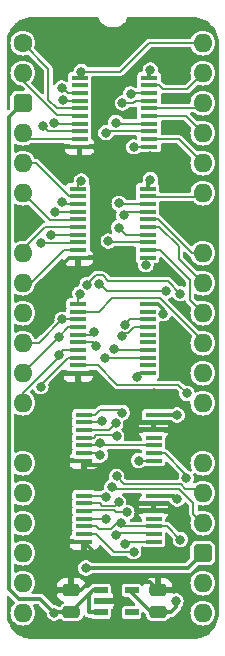
<source format=gtl>
%TF.GenerationSoftware,KiCad,Pcbnew,8.0.4*%
%TF.CreationDate,2024-08-12T15:06:14+02:00*%
%TF.ProjectId,HCP65 Device Reset,48435036-3520-4446-9576-696365205265,V1*%
%TF.SameCoordinates,PX525bfc0PY43d3480*%
%TF.FileFunction,Copper,L1,Top*%
%TF.FilePolarity,Positive*%
%FSLAX46Y46*%
G04 Gerber Fmt 4.6, Leading zero omitted, Abs format (unit mm)*
G04 Created by KiCad (PCBNEW 8.0.4) date 2024-08-12 15:06:14*
%MOMM*%
%LPD*%
G01*
G04 APERTURE LIST*
G04 Aperture macros list*
%AMRoundRect*
0 Rectangle with rounded corners*
0 $1 Rounding radius*
0 $2 $3 $4 $5 $6 $7 $8 $9 X,Y pos of 4 corners*
0 Add a 4 corners polygon primitive as box body*
4,1,4,$2,$3,$4,$5,$6,$7,$8,$9,$2,$3,0*
0 Add four circle primitives for the rounded corners*
1,1,$1+$1,$2,$3*
1,1,$1+$1,$4,$5*
1,1,$1+$1,$6,$7*
1,1,$1+$1,$8,$9*
0 Add four rect primitives between the rounded corners*
20,1,$1+$1,$2,$3,$4,$5,0*
20,1,$1+$1,$4,$5,$6,$7,0*
20,1,$1+$1,$6,$7,$8,$9,0*
20,1,$1+$1,$8,$9,$2,$3,0*%
G04 Aperture macros list end*
%TA.AperFunction,SMDPad,CuDef*%
%ADD10RoundRect,0.250000X0.475000X-0.250000X0.475000X0.250000X-0.475000X0.250000X-0.475000X-0.250000X0*%
%TD*%
%TA.AperFunction,SMDPad,CuDef*%
%ADD11R,1.150000X0.600000*%
%TD*%
%TA.AperFunction,SMDPad,CuDef*%
%ADD12R,1.475000X0.450000*%
%TD*%
%TA.AperFunction,ComponentPad*%
%ADD13C,1.600000*%
%TD*%
%TA.AperFunction,ComponentPad*%
%ADD14O,1.600000X1.600000*%
%TD*%
%TA.AperFunction,ComponentPad*%
%ADD15RoundRect,0.400000X-0.400000X-0.400000X0.400000X-0.400000X0.400000X0.400000X-0.400000X0.400000X0*%
%TD*%
%TA.AperFunction,ComponentPad*%
%ADD16R,1.600000X1.600000*%
%TD*%
%TA.AperFunction,ViaPad*%
%ADD17C,0.800000*%
%TD*%
%TA.AperFunction,Conductor*%
%ADD18C,0.380000*%
%TD*%
%TA.AperFunction,Conductor*%
%ADD19C,0.200000*%
%TD*%
%TA.AperFunction,Conductor*%
%ADD20C,0.350000*%
%TD*%
G04 APERTURE END LIST*
D10*
%TO.P,C10,1*%
%TO.N,/3.3V*%
X11430000Y-48193085D03*
%TO.P,C10,2*%
%TO.N,GND*%
X11430000Y-46293085D03*
%TD*%
D11*
%TO.P,IC11,1,6VIn*%
%TO.N,5V*%
X6604000Y-46309085D03*
%TO.P,IC11,2,GND*%
%TO.N,GND*%
X6604000Y-47259085D03*
%TO.P,IC11,3,EN*%
%TO.N,5V*%
X6604000Y-48209085D03*
%TO.P,IC11,4,ADJ*%
%TO.N,unconnected-(IC11-ADJ-Pad4)*%
X9204000Y-48209085D03*
%TO.P,IC11,5,3.3VOut*%
%TO.N,/3.3V*%
X9204000Y-46309085D03*
%TD*%
D12*
%TO.P,IC8,1,1A*%
%TO.N,/Write Device Reset_{ 1..7}*%
X5190000Y-38309000D03*
%TO.P,IC8,2,1B*%
%TO.N,~{CLK}*%
X5190000Y-38959000D03*
%TO.P,IC8,3,1Y*%
%TO.N,/Write Device Reset_{ 1..7}\u00B7~{CLK}*%
X5190000Y-39609000D03*
%TO.P,IC8,4,2A*%
%TO.N,/Write Device Reset_{ 8..15}*%
X5190000Y-40259000D03*
%TO.P,IC8,5,2B*%
%TO.N,~{CLK}*%
X5190000Y-40909000D03*
%TO.P,IC8,6,2Y*%
%TO.N,/Write Device Reset_{ 8..15}\u00B7~{CLK}*%
X5190000Y-41559000D03*
%TO.P,IC8,7,GND*%
%TO.N,GND*%
X5190000Y-42209000D03*
%TO.P,IC8,8,3Y*%
%TO.N,/Write Device Reset_{ 16..19}\u00B7~{CLK}*%
X11066000Y-42209000D03*
%TO.P,IC8,9,3A*%
%TO.N,/Write Device Reset_{ 16..19}*%
X11066000Y-41559000D03*
%TO.P,IC8,10,3B*%
%TO.N,~{CLK}*%
X11066000Y-40909000D03*
%TO.P,IC8,11,4Y*%
%TO.N,unconnected-(IC8-4Y-Pad11)*%
X11066000Y-40259000D03*
%TO.P,IC8,12,4A*%
%TO.N,GND*%
X11066000Y-39609000D03*
%TO.P,IC8,13,4B*%
X11066000Y-38959000D03*
%TO.P,IC8,14,3V*%
%TO.N,/3.3V*%
X11066000Y-38309000D03*
%TD*%
%TO.P,IC2,1,~{MR}*%
%TO.N,~{Reset}*%
X4809000Y-2917000D03*
%TO.P,IC2,2,Q0*%
%TO.N,unconnected-(IC2-Q0-Pad2)*%
X4809000Y-3567000D03*
%TO.P,IC2,3,D0*%
%TO.N,D0*%
X4809000Y-4217000D03*
%TO.P,IC2,4,D1*%
%TO.N,D1*%
X4809000Y-4867000D03*
%TO.P,IC2,5,Q1*%
%TO.N,~{Reset}_{Device}1*%
X4809000Y-5517000D03*
%TO.P,IC2,6,Q2*%
%TO.N,~{Reset}_{Device}2*%
X4809000Y-6167000D03*
%TO.P,IC2,7,D2*%
%TO.N,D2*%
X4809000Y-6817000D03*
%TO.P,IC2,8,D3*%
%TO.N,D3*%
X4809000Y-7467000D03*
%TO.P,IC2,9,Q3*%
%TO.N,~{Reset}_{Device}3*%
X4809000Y-8117000D03*
%TO.P,IC2,10,GND*%
%TO.N,GND*%
X4809000Y-8767000D03*
%TO.P,IC2,11,CP*%
%TO.N,/Write Device Reset_{ 1..7}\u00B7~{CLK}*%
X10685000Y-8767000D03*
%TO.P,IC2,12,Q4*%
%TO.N,~{Reset}_{Device}4*%
X10685000Y-8117000D03*
%TO.P,IC2,13,D4*%
%TO.N,D4*%
X10685000Y-7467000D03*
%TO.P,IC2,14,D5*%
%TO.N,D5*%
X10685000Y-6817000D03*
%TO.P,IC2,15,Q5*%
%TO.N,~{Reset}_{Device}5*%
X10685000Y-6167000D03*
%TO.P,IC2,16,Q6*%
%TO.N,~{Reset}_{Device}6*%
X10685000Y-5517000D03*
%TO.P,IC2,17,D6*%
%TO.N,D6*%
X10685000Y-4867000D03*
%TO.P,IC2,18,D7*%
%TO.N,D7*%
X10685000Y-4217000D03*
%TO.P,IC2,19,Q7*%
%TO.N,~{Reset}_{Device}7*%
X10685000Y-3567000D03*
%TO.P,IC2,20,3V*%
%TO.N,/3.3V*%
X10685000Y-2917000D03*
%TD*%
D13*
%TO.P,J4,1,Pin_1*%
%TO.N,~{Reset}_{Device}1*%
X0Y0D03*
D14*
%TO.P,J4,2,Pin_2*%
%TO.N,~{Reset}_{Device}2*%
X0Y-2540000D03*
D15*
%TO.P,J4,3,Pin_3*%
%TO.N,5V*%
X0Y-5080000D03*
D14*
%TO.P,J4,4,Pin_4*%
%TO.N,~{Reset}_{Device}3*%
X0Y-7620000D03*
%TO.P,J4,5,Pin_5*%
%TO.N,~{Reset}_{Device}8*%
X0Y-10160000D03*
%TO.P,J4,6,Pin_6*%
%TO.N,~{Reset}_{Device}9*%
X0Y-12700000D03*
D16*
%TO.P,J4,7,Pin_7*%
%TO.N,GND*%
X0Y-15240000D03*
D14*
%TO.P,J4,8,Pin_8*%
%TO.N,~{Reset}_{Device}10*%
X0Y-17780000D03*
%TO.P,J4,9,Pin_9*%
%TO.N,~{Reset}_{Device}11*%
X0Y-20320000D03*
%TO.P,J4,10,Pin_10*%
%TO.N,unconnected-(J4-Pin_10-Pad10)*%
X0Y-22860000D03*
%TO.P,J4,11,Pin_11*%
%TO.N,D0*%
X0Y-25400000D03*
%TO.P,J4,12,Pin_12*%
%TO.N,D1*%
X0Y-27940000D03*
%TO.P,J4,13,Pin_13*%
%TO.N,D2*%
X0Y-30480000D03*
D16*
%TO.P,J4,14,Pin_14*%
%TO.N,GND*%
X0Y-33020000D03*
D14*
%TO.P,J4,15,Pin_15*%
%TO.N,D3*%
X0Y-35560000D03*
%TO.P,J4,16,Pin_16*%
%TO.N,D4*%
X0Y-38100000D03*
%TO.P,J4,17,Pin_17*%
%TO.N,D5*%
X0Y-40640000D03*
%TO.P,J4,18,Pin_18*%
%TO.N,D6*%
X0Y-43180000D03*
%TO.P,J4,19,Pin_19*%
%TO.N,D7*%
X0Y-45720000D03*
%TO.P,J4,20,Pin_20*%
%TO.N,~{WD}*%
X0Y-48260000D03*
%TO.P,J4,21,Pin_21*%
%TO.N,~{CLK}*%
X15240000Y-48260000D03*
%TO.P,J4,22,Pin_22*%
%TO.N,~{Device Enable}_{ 16..19}*%
X15240000Y-45720000D03*
D15*
%TO.P,J4,23,Pin_23*%
%TO.N,5V*%
X15240000Y-43180000D03*
D14*
%TO.P,J4,24,Pin_24*%
%TO.N,~{Device Enable}_{ 8..15}*%
X15240000Y-40640000D03*
%TO.P,J4,25,Pin_25*%
%TO.N,~{Device Enable}_{ 1..7}*%
X15240000Y-38100000D03*
%TO.P,J4,26,Pin_26*%
%TO.N,~{Reset}_{Device}19*%
X15240000Y-35560000D03*
D16*
%TO.P,J4,27,Pin_27*%
%TO.N,GND*%
X15240000Y-33020000D03*
D14*
%TO.P,J4,28,Pin_28*%
%TO.N,~{Reset}_{Device}18*%
X15240000Y-30480000D03*
%TO.P,J4,29,Pin_29*%
%TO.N,~{Reset}_{Device}17*%
X15240000Y-27940000D03*
%TO.P,J4,30,Pin_30*%
%TO.N,~{Reset}_{Device}16*%
X15240000Y-25400000D03*
%TO.P,J4,31,Pin_31*%
%TO.N,~{Reset}_{Device}12*%
X15240000Y-22860000D03*
%TO.P,J4,32,Pin_32*%
%TO.N,~{Reset}_{Device}13*%
X15240000Y-20320000D03*
%TO.P,J4,33,Pin_33*%
%TO.N,~{Reset}_{Device}14*%
X15240000Y-17780000D03*
D16*
%TO.P,J4,34,Pin_34*%
%TO.N,GND*%
X15240000Y-15240000D03*
D14*
%TO.P,J4,35,Pin_35*%
%TO.N,~{Reset}_{Device}15*%
X15240000Y-12700000D03*
%TO.P,J4,36,Pin_36*%
%TO.N,~{Reset}_{Device}4*%
X15240000Y-10160000D03*
%TO.P,J4,37,Pin_37*%
%TO.N,~{Reset}_{Device}5*%
X15240000Y-7620000D03*
%TO.P,J4,38,Pin_38*%
%TO.N,~{Reset}_{Device}6*%
X15240000Y-5080000D03*
%TO.P,J4,39,Pin_39*%
%TO.N,~{Reset}_{Device}7*%
X15240000Y-2540000D03*
%TO.P,J4,40,Pin_40*%
%TO.N,~{Reset}*%
X15240000Y0D03*
%TD*%
D10*
%TO.P,C9,1*%
%TO.N,5V*%
X4094000Y-48193085D03*
%TO.P,C9,2*%
%TO.N,GND*%
X4094000Y-46293085D03*
%TD*%
D12*
%TO.P,IC6,1,~{MR}*%
%TO.N,~{Reset}*%
X4682000Y-12315000D03*
%TO.P,IC6,2,Q0*%
%TO.N,~{Reset}_{Device}8*%
X4682000Y-12965000D03*
%TO.P,IC6,3,D0*%
%TO.N,D0*%
X4682000Y-13615000D03*
%TO.P,IC6,4,D1*%
%TO.N,D1*%
X4682000Y-14265000D03*
%TO.P,IC6,5,Q1*%
%TO.N,~{Reset}_{Device}9*%
X4682000Y-14915000D03*
%TO.P,IC6,6,Q2*%
%TO.N,~{Reset}_{Device}10*%
X4682000Y-15565000D03*
%TO.P,IC6,7,D2*%
%TO.N,D2*%
X4682000Y-16215000D03*
%TO.P,IC6,8,D3*%
%TO.N,D3*%
X4682000Y-16865000D03*
%TO.P,IC6,9,Q3*%
%TO.N,~{Reset}_{Device}11*%
X4682000Y-17515000D03*
%TO.P,IC6,10,GND*%
%TO.N,GND*%
X4682000Y-18165000D03*
%TO.P,IC6,11,CP*%
%TO.N,/Write Device Reset_{ 8..15}\u00B7~{CLK}*%
X10558000Y-18165000D03*
%TO.P,IC6,12,Q4*%
%TO.N,~{Reset}_{Device}12*%
X10558000Y-17515000D03*
%TO.P,IC6,13,D4*%
%TO.N,D4*%
X10558000Y-16865000D03*
%TO.P,IC6,14,D5*%
%TO.N,D5*%
X10558000Y-16215000D03*
%TO.P,IC6,15,Q5*%
%TO.N,~{Reset}_{Device}13*%
X10558000Y-15565000D03*
%TO.P,IC6,16,Q6*%
%TO.N,~{Reset}_{Device}14*%
X10558000Y-14915000D03*
%TO.P,IC6,17,D6*%
%TO.N,D6*%
X10558000Y-14265000D03*
%TO.P,IC6,18,D7*%
%TO.N,D7*%
X10558000Y-13615000D03*
%TO.P,IC6,19,Q7*%
%TO.N,~{Reset}_{Device}15*%
X10558000Y-12965000D03*
%TO.P,IC6,20,3V*%
%TO.N,/3.3V*%
X10558000Y-12315000D03*
%TD*%
%TO.P,IC9,1,~{MR}*%
%TO.N,~{Reset}*%
X4682000Y-22094000D03*
%TO.P,IC9,2,Q0*%
%TO.N,~{Reset}_{Device}16*%
X4682000Y-22744000D03*
%TO.P,IC9,3,D0*%
%TO.N,D0*%
X4682000Y-23394000D03*
%TO.P,IC9,4,D1*%
%TO.N,D1*%
X4682000Y-24044000D03*
%TO.P,IC9,5,Q1*%
%TO.N,~{Reset}_{Device}17*%
X4682000Y-24694000D03*
%TO.P,IC9,6,Q2*%
%TO.N,~{Reset}_{Device}18*%
X4682000Y-25344000D03*
%TO.P,IC9,7,D2*%
%TO.N,D2*%
X4682000Y-25994000D03*
%TO.P,IC9,8,D3*%
%TO.N,D3*%
X4682000Y-26644000D03*
%TO.P,IC9,9,Q3*%
%TO.N,~{Reset}_{Device}19*%
X4682000Y-27294000D03*
%TO.P,IC9,10,GND*%
%TO.N,GND*%
X4682000Y-27944000D03*
%TO.P,IC9,11,CP*%
%TO.N,/Write Device Reset_{ 16..19}\u00B7~{CLK}*%
X10558000Y-27944000D03*
%TO.P,IC9,12,Q4*%
%TO.N,unconnected-(IC9-Q4-Pad12)*%
X10558000Y-27294000D03*
%TO.P,IC9,13,D4*%
%TO.N,D4*%
X10558000Y-26644000D03*
%TO.P,IC9,14,D5*%
%TO.N,D5*%
X10558000Y-25994000D03*
%TO.P,IC9,15,Q5*%
%TO.N,unconnected-(IC9-Q5-Pad15)*%
X10558000Y-25344000D03*
%TO.P,IC9,16,Q6*%
%TO.N,unconnected-(IC9-Q6-Pad16)*%
X10558000Y-24694000D03*
%TO.P,IC9,17,D6*%
%TO.N,D6*%
X10558000Y-24044000D03*
%TO.P,IC9,18,D7*%
%TO.N,D7*%
X10558000Y-23394000D03*
%TO.P,IC9,19,Q7*%
%TO.N,unconnected-(IC9-Q7-Pad19)*%
X10558000Y-22744000D03*
%TO.P,IC9,20,3V*%
%TO.N,/3.3V*%
X10558000Y-22094000D03*
%TD*%
%TO.P,IC7,1,1A*%
%TO.N,~{Device Enable}_{ 1..7}*%
X5190000Y-31451000D03*
%TO.P,IC7,2,1B*%
%TO.N,~{WD}*%
X5190000Y-32101000D03*
%TO.P,IC7,3,1Y*%
%TO.N,/Write Device Reset_{ 1..7}*%
X5190000Y-32751000D03*
%TO.P,IC7,4,2A*%
%TO.N,~{Device Enable}_{ 8..15}*%
X5190000Y-33401000D03*
%TO.P,IC7,5,2B*%
%TO.N,~{WD}*%
X5190000Y-34051000D03*
%TO.P,IC7,6,2Y*%
%TO.N,/Write Device Reset_{ 8..15}*%
X5190000Y-34701000D03*
%TO.P,IC7,7,GND*%
%TO.N,GND*%
X5190000Y-35351000D03*
%TO.P,IC7,8,3Y*%
%TO.N,/Write Device Reset_{ 16..19}*%
X11066000Y-35351000D03*
%TO.P,IC7,9,3A*%
%TO.N,~{Device Enable}_{ 16..19}*%
X11066000Y-34701000D03*
%TO.P,IC7,10,3B*%
%TO.N,~{WD}*%
X11066000Y-34051000D03*
%TO.P,IC7,11,4Y*%
%TO.N,unconnected-(IC7-4Y-Pad11)*%
X11066000Y-33401000D03*
%TO.P,IC7,12,4A*%
%TO.N,GND*%
X11066000Y-32751000D03*
%TO.P,IC7,13,4B*%
X11066000Y-32101000D03*
%TO.P,IC7,14,3V*%
%TO.N,/3.3V*%
X11066000Y-31451000D03*
%TD*%
D17*
%TO.N,/3.3V*%
X11902870Y-22914427D03*
X13053000Y-31496000D03*
X13078189Y-38610775D03*
X10795000Y-11557000D03*
X10795006Y-2286000D03*
X12954000Y-47244000D03*
%TO.N,GND*%
X11683998Y-43307002D03*
X11118506Y-29656000D03*
X2667000Y-46354992D03*
X10795000Y-9591502D03*
X11937980Y-36194990D03*
X776304Y-21484456D03*
X11768869Y-18990901D03*
X12192000Y-14478000D03*
%TO.N,5V*%
X5334001Y-44449999D03*
X2666994Y-48260000D03*
%TO.N,D1*%
X2715758Y-14272128D03*
X3028212Y-24872212D03*
X3363010Y-4817000D03*
%TO.N,D6*%
X8435757Y-5079994D03*
X8524000Y-14599026D03*
X8385127Y-24813366D03*
%TO.N,D0*%
X3328000Y-23403356D03*
X3302000Y-13461990D03*
X3293846Y-3819392D03*
%TO.N,~{Reset}*%
X4953000Y-2413000D03*
X4953000Y-11684000D03*
X4821993Y-21225000D03*
%TO.N,D3*%
X1696655Y-7009824D03*
X1524003Y-29083000D03*
X1524004Y-16891004D03*
%TO.N,D4*%
X7239000Y-16764000D03*
X7041827Y-7587827D03*
X6990814Y-26670000D03*
%TO.N,D2*%
X2660386Y-6742939D03*
X2407162Y-16265006D03*
X3033575Y-26401575D03*
%TO.N,D5*%
X8100999Y-15621000D03*
X7752000Y-25943998D03*
X7874000Y-6731000D03*
%TO.N,D7*%
X9135757Y-4302235D03*
X8148571Y-13584020D03*
X8645162Y-23847764D03*
%TO.N,~{Device Enable}_{ 16..19}*%
X13843000Y-36830000D03*
%TO.N,~{WD}*%
X6675895Y-31976767D03*
X6502833Y-33881165D03*
%TO.N,~{Device Enable}_{ 1..7}*%
X7943426Y-36693462D03*
X8413000Y-31290375D03*
%TO.N,/Write Device Reset_{ 8..15}*%
X7010400Y-40335196D03*
X6539000Y-34880514D03*
%TO.N,/Write Device Reset_{ 16..19}*%
X7916642Y-41681611D03*
X9813000Y-35352132D03*
%TO.N,~{Device Enable}_{ 8..15}*%
X7522937Y-37600763D03*
X7939000Y-33273996D03*
%TO.N,~{CLK}*%
X13335000Y-42037000D03*
X8286557Y-40617425D03*
X8105002Y-38865191D03*
%TO.N,~{Reset}_{Device}18*%
X12141531Y-21005481D03*
X6444000Y-20373949D03*
X6198150Y-25626406D03*
%TO.N,~{Reset}_{Device}19*%
X13891348Y-29669652D03*
%TO.N,/Write Device Reset_{ 1..7}*%
X7019138Y-38464586D03*
X7867407Y-32189297D03*
%TO.N,/Write Device Reset_{ 1..7}\u00B7~{CLK}*%
X8813000Y-39739947D03*
X9393000Y-8801502D03*
%TO.N,/Write Device Reset_{ 8..15}\u00B7~{CLK}*%
X10414000Y-18796000D03*
X9390610Y-43053000D03*
%TO.N,~{Reset}_{Device}17*%
X6045161Y-24422747D03*
X13335000Y-21209000D03*
X5446450Y-20443937D03*
%TO.N,/Write Device Reset_{ 16..19}\u00B7~{CLK}*%
X8647596Y-42383720D03*
X9633000Y-28256000D03*
%TD*%
D18*
%TO.N,GND*%
X5906498Y-8767000D02*
X6731000Y-9591502D01*
X4809000Y-8767000D02*
X5906498Y-8767000D01*
X10795000Y-9591502D02*
X6731000Y-9591502D01*
D19*
%TO.N,D4*%
X10685000Y-7467000D02*
X7162654Y-7467000D01*
X7162654Y-7467000D02*
X7041827Y-7587827D01*
%TO.N,D0*%
X4682000Y-23394000D02*
X3337356Y-23394000D01*
X1331356Y-25400000D02*
X3328000Y-23403356D01*
X0Y-25400000D02*
X1331356Y-25400000D01*
X3337356Y-23394000D02*
X3328000Y-23403356D01*
D18*
%TO.N,/3.3V*%
X11453094Y-22094000D02*
X11902870Y-22543776D01*
X11066000Y-38309000D02*
X12776414Y-38309000D01*
X13008000Y-31451000D02*
X13053000Y-31496000D01*
X10685000Y-2396006D02*
X10795006Y-2286000D01*
X10558000Y-11794000D02*
X10795000Y-11557000D01*
X11066000Y-31451000D02*
X13008000Y-31451000D01*
X12954000Y-47752000D02*
X12954000Y-47244000D01*
X9204000Y-46542000D02*
X9204000Y-46309085D01*
X10855085Y-48193085D02*
X9204000Y-46542000D01*
X12776414Y-38309000D02*
X13078189Y-38610775D01*
X10685000Y-2917000D02*
X10685000Y-2396006D01*
X11623915Y-48193085D02*
X12512915Y-48193085D01*
X11902870Y-22543776D02*
X11902870Y-22914427D01*
X12512915Y-48193085D02*
X12954000Y-47752000D01*
X10558000Y-12315000D02*
X10558000Y-11794000D01*
X11430000Y-48193085D02*
X10855085Y-48193085D01*
X10558000Y-22094000D02*
X11453094Y-22094000D01*
%TO.N,GND*%
X7396650Y-19586000D02*
X11173770Y-19586000D01*
X8889990Y-36194990D02*
X11937980Y-36194990D01*
X7874000Y-46944085D02*
X7559000Y-47259085D01*
X5780000Y-29656000D02*
X11118506Y-29656000D01*
X12954000Y-15240000D02*
X15240000Y-15240000D01*
X5526000Y-35687000D02*
X8382000Y-35687000D01*
X6824000Y-43843000D02*
X11148000Y-43843000D01*
D20*
X2667000Y-46354992D02*
X2331000Y-46018992D01*
X776304Y-21321696D02*
X3933000Y-18165000D01*
X12547299Y-39609000D02*
X11066000Y-39609000D01*
X776304Y-21484456D02*
X776304Y-21321696D01*
X3933000Y-18165000D02*
X4682000Y-18165000D01*
D18*
X5975650Y-18165000D02*
X7396650Y-19586000D01*
D20*
X16442999Y-14097000D02*
X12573000Y-14097000D01*
D18*
X11066000Y-32751000D02*
X14971000Y-32751000D01*
D20*
X15240000Y-33020000D02*
X16415000Y-34195000D01*
X15240000Y-33020000D02*
X16442999Y-31817001D01*
X16415000Y-34195000D02*
X16415000Y-41551016D01*
D18*
X5561915Y-45619085D02*
X4887915Y-46293085D01*
D20*
X2331000Y-46018992D02*
X2331000Y-35351000D01*
D18*
X5190000Y-35351000D02*
X2331000Y-35351000D01*
X12192000Y-14478000D02*
X12954000Y-15240000D01*
X9948500Y-32101000D02*
X9938500Y-32091000D01*
X9938500Y-30836006D02*
X11118506Y-29656000D01*
X7874000Y-45619085D02*
X5561915Y-45619085D01*
X5194500Y-18165000D02*
X5975650Y-18165000D01*
X2331000Y-35351000D02*
X0Y-33020000D01*
X5190000Y-35351000D02*
X5526000Y-35687000D01*
X7559000Y-47259085D02*
X6604000Y-47259085D01*
X11066000Y-32101000D02*
X11066000Y-32751000D01*
X11066000Y-38959000D02*
X11066000Y-39609000D01*
X8382000Y-35687000D02*
X8889990Y-36194990D01*
X7874000Y-45619085D02*
X7874000Y-46944085D01*
X9938500Y-32091000D02*
X9938500Y-30836006D01*
D20*
X4032093Y-46354992D02*
X2667000Y-46354992D01*
D18*
X11173770Y-19586000D02*
X11768869Y-18990901D01*
X4682000Y-27944000D02*
X4682000Y-28558000D01*
X11148000Y-43843000D02*
X11683998Y-43307002D01*
D20*
X16415000Y-41551016D02*
X16056016Y-41910000D01*
D18*
X11066000Y-32101000D02*
X9948500Y-32101000D01*
X11430000Y-46293085D02*
X10756000Y-45619085D01*
X4887915Y-46293085D02*
X4094000Y-46293085D01*
D20*
X12573000Y-14097000D02*
X12192000Y-14478000D01*
D18*
X5190000Y-42209000D02*
X6824000Y-43843000D01*
D20*
X16442999Y-31817001D02*
X16442999Y-14097000D01*
X14848299Y-41910000D02*
X12547299Y-39609000D01*
X16056016Y-41910000D02*
X14848299Y-41910000D01*
D18*
X10756000Y-45619085D02*
X7874000Y-45619085D01*
X4682000Y-28558000D02*
X5780000Y-29656000D01*
%TO.N,5V*%
X5649000Y-48209085D02*
X5639000Y-48199085D01*
X4094000Y-48193085D02*
X2733909Y-48193085D01*
X2733909Y-48193085D02*
X2666994Y-48260000D01*
D20*
X0Y-5080000D02*
X-1175000Y-6255000D01*
X1491994Y-47085000D02*
X2666994Y-48260000D01*
X-1175000Y-6255000D02*
X-1175000Y-46206701D01*
D18*
X5978000Y-46309085D02*
X6604000Y-46309085D01*
D20*
X-296701Y-47085000D02*
X1491994Y-47085000D01*
D18*
X13970000Y-44450000D02*
X5334001Y-44449999D01*
X4094000Y-48193085D02*
X5978000Y-46309085D01*
X15240000Y-43180000D02*
X13970000Y-44450000D01*
X5639000Y-46648084D02*
X5760042Y-46527042D01*
X6604000Y-48209085D02*
X5649000Y-48209085D01*
D20*
X-1175000Y-46206701D02*
X-296701Y-47085000D01*
D18*
X5639000Y-48199085D02*
X5639000Y-46648084D01*
D19*
%TO.N,~{Reset}_{Device}3*%
X497000Y-8117000D02*
X4809000Y-8117000D01*
X0Y-7620000D02*
X497000Y-8117000D01*
%TO.N,D1*%
X4682000Y-24044000D02*
X3856424Y-24044000D01*
X4809000Y-4867000D02*
X3413010Y-4867000D01*
X2722886Y-14265000D02*
X2715758Y-14272128D01*
X3856424Y-24044000D02*
X3028212Y-24872212D01*
X3413010Y-4867000D02*
X3363010Y-4817000D01*
X0Y-27940000D02*
X3028212Y-24911788D01*
X4682000Y-14265000D02*
X2722886Y-14265000D01*
X3028212Y-24911788D02*
X3028212Y-24872212D01*
%TO.N,D6*%
X9347948Y-5079994D02*
X8435757Y-5079994D01*
X9560942Y-4867000D02*
X9347948Y-5079994D01*
X8650729Y-24547764D02*
X8385127Y-24813366D01*
X10558000Y-14265000D02*
X8858026Y-14265000D01*
X8858026Y-14265000D02*
X8524000Y-14599026D01*
X10685000Y-4867000D02*
X9560942Y-4867000D01*
X8935112Y-24547764D02*
X8650729Y-24547764D01*
X9438876Y-24044000D02*
X8935112Y-24547764D01*
X10558000Y-24044000D02*
X9438876Y-24044000D01*
%TO.N,D0*%
X3392642Y-3819392D02*
X3293846Y-3819392D01*
X4809000Y-4217000D02*
X3790250Y-4217000D01*
X3790250Y-4217000D02*
X3392642Y-3819392D01*
X3455010Y-13615000D02*
X3302000Y-13461990D01*
X4682000Y-13615000D02*
X3455010Y-13615000D01*
%TO.N,~{Reset}_{Device}2*%
X2907375Y-6087960D02*
X4729960Y-6087960D01*
X0Y-3180585D02*
X2907375Y-6087960D01*
%TO.N,~{Reset}_{Device}5*%
X13787000Y-6167000D02*
X10685000Y-6167000D01*
X15240000Y-7620000D02*
X13787000Y-6167000D01*
%TO.N,~{Reset}_{Device}6*%
X14803000Y-5517000D02*
X10685000Y-5517000D01*
%TO.N,~{Reset}*%
X4809000Y-2557000D02*
X4953000Y-2413000D01*
X4682000Y-11955000D02*
X4953000Y-11684000D01*
X4682000Y-22094000D02*
X4682000Y-21364993D01*
X4682000Y-21364993D02*
X4821993Y-21225000D01*
X8255000Y-2413000D02*
X4953000Y-2413000D01*
X15240000Y0D02*
X10668000Y0D01*
X4809000Y-2917000D02*
X4809000Y-2557000D01*
X10668000Y0D02*
X8255000Y-2413000D01*
X4682000Y-12315000D02*
X4682000Y-11955000D01*
%TO.N,D3*%
X4682000Y-26644000D02*
X3836000Y-26644000D01*
X1598006Y-16965006D02*
X1524004Y-16891004D01*
X1524003Y-28955997D02*
X1524003Y-29083000D01*
X3836000Y-26644000D02*
X1524003Y-28955997D01*
X4581994Y-16965006D02*
X1598006Y-16965006D01*
X2153831Y-7467000D02*
X1696655Y-7009824D01*
X4809000Y-7467000D02*
X2153831Y-7467000D01*
%TO.N,D4*%
X7340000Y-16865000D02*
X10558000Y-16865000D01*
X10558000Y-26644000D02*
X7016814Y-26644000D01*
X7239000Y-16764000D02*
X7340000Y-16865000D01*
X7016814Y-26644000D02*
X6990814Y-26670000D01*
%TO.N,D2*%
X3441150Y-25994000D02*
X3033575Y-26401575D01*
X2457168Y-16215000D02*
X2407162Y-16265006D01*
X4809000Y-6817000D02*
X2734447Y-6817000D01*
X0Y-29591000D02*
X3033575Y-26557425D01*
X3033575Y-26557425D02*
X3033575Y-26401575D01*
X2734447Y-6817000D02*
X2660386Y-6742939D01*
X4682000Y-25994000D02*
X3441150Y-25994000D01*
X4682000Y-16215000D02*
X2457168Y-16215000D01*
X0Y-30480000D02*
X0Y-29591000D01*
%TO.N,~{Reset}_{Device}7*%
X13905000Y-3875000D02*
X11876000Y-3875000D01*
X11568000Y-3567000D02*
X10685000Y-3567000D01*
X11876000Y-3875000D02*
X11568000Y-3567000D01*
X15240000Y-2540000D02*
X13905000Y-3875000D01*
%TO.N,D5*%
X8694999Y-16215000D02*
X8100999Y-15621000D01*
X10685000Y-6817000D02*
X7960000Y-6817000D01*
X7802002Y-25994000D02*
X7752000Y-25943998D01*
X10558000Y-25994000D02*
X7802002Y-25994000D01*
X7960000Y-6817000D02*
X7874000Y-6731000D01*
X10558000Y-16215000D02*
X8694999Y-16215000D01*
%TO.N,~{Reset}_{Device}1*%
X0Y0D02*
X2167000Y-2167000D01*
X2902100Y-5517000D02*
X4809000Y-5517000D01*
X2167000Y-4781900D02*
X2902100Y-5517000D01*
X2167000Y-2167000D02*
X2167000Y-4781900D01*
%TO.N,~{Reset}_{Device}4*%
X10685000Y-8117000D02*
X13197000Y-8117000D01*
X13197000Y-8117000D02*
X15240000Y-10160000D01*
%TO.N,D7*%
X10685000Y-4217000D02*
X9220992Y-4217000D01*
X9098926Y-23394000D02*
X8645162Y-23847764D01*
X8179551Y-13615000D02*
X8148571Y-13584020D01*
X9220992Y-4217000D02*
X9135757Y-4302235D01*
X10558000Y-23394000D02*
X9098926Y-23394000D01*
X10558000Y-13615000D02*
X8179551Y-13615000D01*
%TO.N,~{Reset}_{Device}9*%
X2272128Y-14972128D02*
X4624872Y-14972128D01*
X0Y-12700000D02*
X2272128Y-14972128D01*
%TO.N,~{Reset}_{Device}8*%
X3943960Y-12965000D02*
X4682000Y-12965000D01*
X1138960Y-10160000D02*
X3943960Y-12965000D01*
X0Y-10160000D02*
X1138960Y-10160000D01*
%TO.N,~{Reset}_{Device}10*%
X1860050Y-15565000D02*
X4682000Y-15565000D01*
X0Y-17425050D02*
X1860050Y-15565000D01*
%TO.N,~{Reset}_{Device}14*%
X10558000Y-14915000D02*
X11486000Y-14915000D01*
X11486000Y-14915000D02*
X14351000Y-17780000D01*
X14351000Y-17780000D02*
X15240000Y-17780000D01*
%TO.N,~{Reset}_{Device}12*%
X14140000Y-21760000D02*
X15240000Y-22860000D01*
X14140000Y-20032500D02*
X14140000Y-21760000D01*
X10558000Y-17515000D02*
X11622500Y-17515000D01*
X11622500Y-17515000D02*
X14140000Y-20032500D01*
%TO.N,~{Reset}_{Device}15*%
X10612000Y-13019000D02*
X14921000Y-13019000D01*
%TO.N,~{Reset}_{Device}13*%
X10558000Y-15565000D02*
X11570314Y-15565000D01*
X11570314Y-15565000D02*
X13208000Y-17202686D01*
X13208000Y-17202686D02*
X13208000Y-18288000D01*
X13208000Y-18288000D02*
X15240000Y-20320000D01*
%TO.N,~{Reset}_{Device}11*%
X4682000Y-17515000D02*
X3497686Y-17515000D01*
X3497686Y-17515000D02*
X692686Y-20320000D01*
%TO.N,~{Device Enable}_{ 16..19}*%
X12003500Y-34701000D02*
X13843000Y-36540500D01*
X13843000Y-36540500D02*
X13843000Y-36830000D01*
X11066000Y-34701000D02*
X12003500Y-34701000D01*
%TO.N,~{WD}*%
X5190000Y-32101000D02*
X6551662Y-32101000D01*
X11066000Y-34051000D02*
X6672668Y-34051000D01*
X5190000Y-34051000D02*
X6332998Y-34051000D01*
X6332998Y-34051000D02*
X6502833Y-33881165D01*
X6672668Y-34051000D02*
X6502833Y-33881165D01*
X6551662Y-32101000D02*
X6675895Y-31976767D01*
%TO.N,~{Device Enable}_{ 1..7}*%
X8148625Y-31026000D02*
X8413000Y-31290375D01*
X13361050Y-37338000D02*
X8587964Y-37338000D01*
X14859000Y-37719000D02*
X13742050Y-37719000D01*
X6566000Y-31026000D02*
X8148625Y-31026000D01*
X13742050Y-37719000D02*
X13361050Y-37338000D01*
X6141000Y-31451000D02*
X6566000Y-31026000D01*
X8587964Y-37338000D02*
X7943426Y-36693462D01*
X5190000Y-31451000D02*
X6141000Y-31451000D01*
%TO.N,/Write Device Reset_{ 8..15}*%
X6934204Y-40259000D02*
X7010400Y-40335196D01*
X6359486Y-34701000D02*
X6539000Y-34880514D01*
X5190000Y-34701000D02*
X6359486Y-34701000D01*
X5190000Y-40259000D02*
X6934204Y-40259000D01*
%TO.N,/Write Device Reset_{ 16..19}*%
X11066000Y-35351000D02*
X9814132Y-35351000D01*
X9814132Y-35351000D02*
X9813000Y-35352132D01*
X8126253Y-41472000D02*
X7916642Y-41681611D01*
X10979000Y-41472000D02*
X8126253Y-41472000D01*
%TO.N,~{Device Enable}_{ 8..15}*%
X5993048Y-33401000D02*
X6212883Y-33181165D01*
X13195365Y-37738000D02*
X7660174Y-37738000D01*
X14440001Y-38982637D02*
X13195365Y-37738000D01*
X7660174Y-37738000D02*
X7522937Y-37600763D01*
X5190000Y-33401000D02*
X5993048Y-33401000D01*
X15240000Y-40640000D02*
X14440001Y-39840001D01*
X7846169Y-33181165D02*
X7939000Y-33273996D01*
X6212883Y-33181165D02*
X7846169Y-33181165D01*
X14440001Y-39840001D02*
X14440001Y-38982637D01*
%TO.N,~{CLK}*%
X5190000Y-40909000D02*
X6225625Y-40909000D01*
X5190000Y-38959000D02*
X6508997Y-38959000D01*
X6508997Y-38959000D02*
X6714583Y-39164586D01*
X6714583Y-39164586D02*
X7805607Y-39164586D01*
X6434075Y-41117450D02*
X7502243Y-41117450D01*
X11066000Y-40909000D02*
X8578132Y-40909000D01*
X11066000Y-40909000D02*
X12207000Y-40909000D01*
X7502243Y-41117450D02*
X8002268Y-40617425D01*
X12207000Y-40909000D02*
X13335000Y-42037000D01*
X8002268Y-40617425D02*
X8286557Y-40617425D01*
X7805607Y-39164586D02*
X8105002Y-38865191D01*
X6225625Y-40909000D02*
X6434075Y-41117450D01*
X8578132Y-40909000D02*
X8286557Y-40617425D01*
%TO.N,~{Reset}_{Device}16*%
X4682000Y-22744000D02*
X6413686Y-22744000D01*
X7588686Y-21569000D02*
X11621058Y-21569000D01*
X6413686Y-22744000D02*
X7588686Y-21569000D01*
X11621058Y-21569000D02*
X15071058Y-25019000D01*
%TO.N,~{Reset}_{Device}18*%
X7147736Y-21020000D02*
X6501685Y-20373949D01*
X4682000Y-25344000D02*
X5915744Y-25344000D01*
X12127012Y-21020000D02*
X7147736Y-21020000D01*
X5915744Y-25344000D02*
X6198150Y-25626406D01*
X12141531Y-21005481D02*
X12127012Y-21020000D01*
X6501685Y-20373949D02*
X6444000Y-20373949D01*
%TO.N,~{Reset}_{Device}19*%
X4682000Y-27294000D02*
X6339000Y-27294000D01*
X13177696Y-28956000D02*
X13891348Y-29669652D01*
X6339000Y-27294000D02*
X8001000Y-28956000D01*
X8001000Y-28956000D02*
X13177696Y-28956000D01*
%TO.N,/Write Device Reset_{ 1..7}*%
X6863552Y-38309000D02*
X7019138Y-38464586D01*
X5190000Y-38309000D02*
X6863552Y-38309000D01*
X7305704Y-32751000D02*
X7867407Y-32189297D01*
X5190000Y-32751000D02*
X7305704Y-32751000D01*
%TO.N,/Write Device Reset_{ 1..7}\u00B7~{CLK}*%
X10685000Y-8767000D02*
X9427502Y-8767000D01*
X7739036Y-39564586D02*
X7914397Y-39739947D01*
X9427502Y-8767000D02*
X9393000Y-8801502D01*
X5234414Y-39564586D02*
X7739036Y-39564586D01*
X7914397Y-39739947D02*
X8813000Y-39739947D01*
%TO.N,/Write Device Reset_{ 8..15}\u00B7~{CLK}*%
X10414000Y-18309000D02*
X10414000Y-18796000D01*
X5190000Y-41559000D02*
X6157241Y-41559000D01*
X6157241Y-41559000D02*
X7708600Y-43110359D01*
X10558000Y-18165000D02*
X10414000Y-18309000D01*
X7708600Y-43110359D02*
X9333251Y-43110359D01*
X9333251Y-43110359D02*
X9390610Y-43053000D01*
%TO.N,~{Reset}_{Device}17*%
X13335000Y-21209000D02*
X12254000Y-20128000D01*
X5773908Y-24694000D02*
X6045161Y-24422747D01*
X7230796Y-20128000D02*
X6776745Y-19673949D01*
X6154050Y-19673949D02*
X5446450Y-20381549D01*
X5446450Y-20381549D02*
X5446450Y-20443937D01*
X4682000Y-24694000D02*
X5773908Y-24694000D01*
X12254000Y-20128000D02*
X7230796Y-20128000D01*
X6776745Y-19673949D02*
X6154050Y-19673949D01*
%TO.N,/Write Device Reset_{ 16..19}\u00B7~{CLK}*%
X8822316Y-42209000D02*
X8647596Y-42383720D01*
X10558000Y-27944000D02*
X9747500Y-27944000D01*
X9633000Y-28058500D02*
X9633000Y-28256000D01*
X9747500Y-27944000D02*
X9633000Y-28058500D01*
X11066000Y-42209000D02*
X8822316Y-42209000D01*
%TD*%
%TA.AperFunction,Conductor*%
%TO.N,GND*%
G36*
X14337461Y2213262D02*
G01*
X14337852Y2213233D01*
X14346689Y2213233D01*
X14400523Y2213233D01*
X14408008Y2213007D01*
X14445860Y2210718D01*
X14663570Y2197552D01*
X14678424Y2195748D01*
X14926564Y2150278D01*
X14941089Y2146698D01*
X15181947Y2071646D01*
X15195941Y2066339D01*
X15425984Y1962808D01*
X15439243Y1955849D01*
X15655127Y1825345D01*
X15667450Y1816839D01*
X15866022Y1661270D01*
X15877231Y1651341D01*
X16055618Y1472957D01*
X16065547Y1461749D01*
X16221121Y1263176D01*
X16229628Y1250852D01*
X16360137Y1034966D01*
X16367095Y1021707D01*
X16470627Y791670D01*
X16475937Y777670D01*
X16550986Y536831D01*
X16554570Y522292D01*
X16600043Y274158D01*
X16601848Y259293D01*
X16617273Y4301D01*
X16617499Y-3186D01*
X16617500Y-48202417D01*
X16617500Y-48256249D01*
X16617274Y-48263736D01*
X16601815Y-48519287D01*
X16600010Y-48534152D01*
X16554538Y-48782284D01*
X16550954Y-48796822D01*
X16475908Y-49037653D01*
X16470598Y-49051655D01*
X16367066Y-49281690D01*
X16360108Y-49294948D01*
X16229601Y-49510831D01*
X16221094Y-49523155D01*
X16065523Y-49721725D01*
X16055594Y-49732933D01*
X15877210Y-49911315D01*
X15866001Y-49921244D01*
X15667432Y-50076810D01*
X15655109Y-50085316D01*
X15439229Y-50215818D01*
X15425970Y-50222777D01*
X15195933Y-50326305D01*
X15181933Y-50331615D01*
X14941090Y-50406663D01*
X14926550Y-50410246D01*
X14678427Y-50455713D01*
X14663563Y-50457518D01*
X14407481Y-50473006D01*
X14399995Y-50473232D01*
X13716000Y-50473232D01*
X13716000Y-48260000D01*
X14184417Y-48260000D01*
X14204699Y-48465932D01*
X14204700Y-48465934D01*
X14264768Y-48663954D01*
X14362315Y-48846450D01*
X14362317Y-48846452D01*
X14493589Y-49006410D01*
X14590209Y-49085702D01*
X14653550Y-49137685D01*
X14836046Y-49235232D01*
X15034066Y-49295300D01*
X15034065Y-49295300D01*
X15052529Y-49297118D01*
X15240000Y-49315583D01*
X15445934Y-49295300D01*
X15643954Y-49235232D01*
X15826450Y-49137685D01*
X15986410Y-49006410D01*
X16117685Y-48846450D01*
X16215232Y-48663954D01*
X16275300Y-48465934D01*
X16295583Y-48260000D01*
X16275300Y-48054066D01*
X16215232Y-47856046D01*
X16117685Y-47673550D01*
X16015079Y-47548523D01*
X15986410Y-47513589D01*
X15826452Y-47382317D01*
X15826453Y-47382317D01*
X15826450Y-47382315D01*
X15643954Y-47284768D01*
X15445934Y-47224700D01*
X15445932Y-47224699D01*
X15445934Y-47224699D01*
X15240000Y-47204417D01*
X15034067Y-47224699D01*
X14836043Y-47284769D01*
X14725898Y-47343643D01*
X14653550Y-47382315D01*
X14653548Y-47382316D01*
X14653547Y-47382317D01*
X14493589Y-47513589D01*
X14362317Y-47673547D01*
X14264769Y-47856043D01*
X14204699Y-48054067D01*
X14184417Y-48260000D01*
X13716000Y-48260000D01*
X13716000Y-45720000D01*
X14184417Y-45720000D01*
X14204699Y-45925932D01*
X14204700Y-45925934D01*
X14264768Y-46123954D01*
X14362315Y-46306450D01*
X14362317Y-46306452D01*
X14493589Y-46466410D01*
X14590209Y-46545702D01*
X14653550Y-46597685D01*
X14836046Y-46695232D01*
X15034066Y-46755300D01*
X15034065Y-46755300D01*
X15052529Y-46757118D01*
X15240000Y-46775583D01*
X15445934Y-46755300D01*
X15643954Y-46695232D01*
X15826450Y-46597685D01*
X15986410Y-46466410D01*
X16117685Y-46306450D01*
X16215232Y-46123954D01*
X16275300Y-45925934D01*
X16295583Y-45720000D01*
X16275300Y-45514066D01*
X16215232Y-45316046D01*
X16117685Y-45133550D01*
X16065702Y-45070209D01*
X15986410Y-44973589D01*
X15826452Y-44842317D01*
X15826453Y-44842317D01*
X15826450Y-44842315D01*
X15643954Y-44744768D01*
X15445934Y-44684700D01*
X15445932Y-44684699D01*
X15445934Y-44684699D01*
X15240000Y-44664417D01*
X15034067Y-44684699D01*
X14836043Y-44744769D01*
X14728066Y-44802485D01*
X14653550Y-44842315D01*
X14653548Y-44842316D01*
X14653547Y-44842317D01*
X14493589Y-44973589D01*
X14362317Y-45133547D01*
X14264769Y-45316043D01*
X14204699Y-45514067D01*
X14184417Y-45720000D01*
X13716000Y-45720000D01*
X13716000Y-44890499D01*
X13887340Y-44890499D01*
X13887344Y-44890500D01*
X13912007Y-44890500D01*
X14027991Y-44890500D01*
X14027993Y-44890500D01*
X14140027Y-44860481D01*
X14240473Y-44802488D01*
X14322488Y-44720473D01*
X14322489Y-44720472D01*
X14776142Y-44266819D01*
X14837465Y-44233334D01*
X14863823Y-44230500D01*
X15705686Y-44230500D01*
X15705694Y-44230500D01*
X15742569Y-44227598D01*
X15742571Y-44227597D01*
X15742573Y-44227597D01*
X15784191Y-44215505D01*
X15900398Y-44181744D01*
X16041865Y-44098081D01*
X16158081Y-43981865D01*
X16241744Y-43840398D01*
X16287598Y-43682569D01*
X16290500Y-43645694D01*
X16290500Y-42714306D01*
X16287598Y-42677431D01*
X16279540Y-42649696D01*
X16241745Y-42519606D01*
X16241744Y-42519603D01*
X16241744Y-42519602D01*
X16158081Y-42378135D01*
X16158079Y-42378133D01*
X16158076Y-42378129D01*
X16041870Y-42261923D01*
X16041862Y-42261917D01*
X15900396Y-42178255D01*
X15900393Y-42178254D01*
X15742573Y-42132402D01*
X15742567Y-42132401D01*
X15705701Y-42129500D01*
X15705694Y-42129500D01*
X14774306Y-42129500D01*
X14774298Y-42129500D01*
X14737432Y-42132401D01*
X14737426Y-42132402D01*
X14579606Y-42178254D01*
X14579603Y-42178255D01*
X14438137Y-42261917D01*
X14438129Y-42261923D01*
X14321923Y-42378129D01*
X14321917Y-42378137D01*
X14238255Y-42519603D01*
X14238254Y-42519606D01*
X14192402Y-42677426D01*
X14192401Y-42677432D01*
X14189500Y-42714298D01*
X14189500Y-43556176D01*
X14169815Y-43623215D01*
X14153181Y-43643857D01*
X13823858Y-43973180D01*
X13762535Y-44006665D01*
X13736177Y-44009499D01*
X13716000Y-44009499D01*
X13716000Y-42568522D01*
X13825483Y-42471530D01*
X13915220Y-42341523D01*
X13971237Y-42193818D01*
X13990278Y-42037000D01*
X13971237Y-41880182D01*
X13915220Y-41732477D01*
X13825483Y-41602470D01*
X13716000Y-41505477D01*
X13716000Y-38868133D01*
X13771864Y-38854983D01*
X13837734Y-38878285D01*
X13852797Y-38891115D01*
X13939365Y-38977682D01*
X14053182Y-39091499D01*
X14086667Y-39152822D01*
X14089501Y-39179180D01*
X14089501Y-39886146D01*
X14113283Y-39974903D01*
X14113385Y-39975287D01*
X14113387Y-39975289D01*
X14159528Y-40055209D01*
X14159532Y-40055214D01*
X14229808Y-40125490D01*
X14263293Y-40186813D01*
X14260788Y-40249166D01*
X14204699Y-40434067D01*
X14184417Y-40640000D01*
X14204699Y-40845932D01*
X14264769Y-41043956D01*
X14271502Y-41056554D01*
X14362315Y-41226450D01*
X14362317Y-41226452D01*
X14493589Y-41386410D01*
X14539764Y-41424304D01*
X14653550Y-41517685D01*
X14836046Y-41615232D01*
X15034066Y-41675300D01*
X15034065Y-41675300D01*
X15052529Y-41677118D01*
X15240000Y-41695583D01*
X15445934Y-41675300D01*
X15643954Y-41615232D01*
X15826450Y-41517685D01*
X15986410Y-41386410D01*
X16117685Y-41226450D01*
X16215232Y-41043954D01*
X16275300Y-40845934D01*
X16295583Y-40640000D01*
X16275300Y-40434066D01*
X16215232Y-40236046D01*
X16117685Y-40053550D01*
X16053152Y-39974916D01*
X15986410Y-39893589D01*
X15826452Y-39762317D01*
X15826453Y-39762317D01*
X15826450Y-39762315D01*
X15643954Y-39664768D01*
X15445934Y-39604700D01*
X15445932Y-39604699D01*
X15445934Y-39604699D01*
X15240000Y-39584417D01*
X15034066Y-39604699D01*
X14950495Y-39630050D01*
X14880628Y-39630673D01*
X14821516Y-39593424D01*
X14791925Y-39530130D01*
X14790501Y-39511389D01*
X14790501Y-39228610D01*
X14810186Y-39161571D01*
X14862990Y-39115816D01*
X14932148Y-39105872D01*
X14950488Y-39109947D01*
X15034066Y-39135300D01*
X15034065Y-39135300D01*
X15052529Y-39137118D01*
X15240000Y-39155583D01*
X15445934Y-39135300D01*
X15643954Y-39075232D01*
X15826450Y-38977685D01*
X15986410Y-38846410D01*
X16117685Y-38686450D01*
X16215232Y-38503954D01*
X16275300Y-38305934D01*
X16295583Y-38100000D01*
X16275300Y-37894066D01*
X16215232Y-37696046D01*
X16117685Y-37513550D01*
X16011485Y-37384144D01*
X15986410Y-37353589D01*
X15868575Y-37256886D01*
X15826450Y-37222315D01*
X15643954Y-37124768D01*
X15445934Y-37064700D01*
X15445932Y-37064699D01*
X15445934Y-37064699D01*
X15240000Y-37044417D01*
X15034067Y-37064699D01*
X14836043Y-37124769D01*
X14653547Y-37222316D01*
X14630331Y-37241369D01*
X14566020Y-37268680D01*
X14497153Y-37256886D01*
X14445594Y-37209732D01*
X14427714Y-37142189D01*
X14435725Y-37101548D01*
X14479237Y-36986818D01*
X14498278Y-36830000D01*
X14479237Y-36673182D01*
X14435726Y-36558454D01*
X14430360Y-36488795D01*
X14463507Y-36427288D01*
X14524645Y-36393467D01*
X14594363Y-36398068D01*
X14630333Y-36418632D01*
X14640881Y-36427288D01*
X14653550Y-36437685D01*
X14836046Y-36535232D01*
X15034066Y-36595300D01*
X15034065Y-36595300D01*
X15052529Y-36597118D01*
X15240000Y-36615583D01*
X15445934Y-36595300D01*
X15643954Y-36535232D01*
X15826450Y-36437685D01*
X15986410Y-36306410D01*
X16117685Y-36146450D01*
X16215232Y-35963954D01*
X16275300Y-35765934D01*
X16295583Y-35560000D01*
X16275300Y-35354066D01*
X16215232Y-35156046D01*
X16117685Y-34973550D01*
X16005038Y-34836288D01*
X15986410Y-34813589D01*
X15826452Y-34682317D01*
X15826453Y-34682317D01*
X15826450Y-34682315D01*
X15643954Y-34584768D01*
X15445934Y-34524700D01*
X15445932Y-34524699D01*
X15445934Y-34524699D01*
X15240000Y-34504417D01*
X15034067Y-34524699D01*
X14836043Y-34584769D01*
X14725898Y-34643643D01*
X14653550Y-34682315D01*
X14653548Y-34682316D01*
X14653547Y-34682317D01*
X14493589Y-34813589D01*
X14362317Y-34973547D01*
X14264769Y-35156043D01*
X14204699Y-35354067D01*
X14184417Y-35560000D01*
X14204699Y-35765932D01*
X14264769Y-35963956D01*
X14336734Y-36098591D01*
X14350976Y-36166994D01*
X14325976Y-36232238D01*
X14269672Y-36273609D01*
X14199938Y-36277971D01*
X14169750Y-36266841D01*
X14075366Y-36217304D01*
X14029462Y-36205990D01*
X13971456Y-36173274D01*
X13716000Y-35917818D01*
X13716000Y-30296401D01*
X13747082Y-30304062D01*
X13812362Y-30320152D01*
X13812363Y-30320152D01*
X13970333Y-30320152D01*
X14035613Y-30304062D01*
X14105414Y-30307131D01*
X14162476Y-30347451D01*
X14188682Y-30412220D01*
X14188690Y-30436612D01*
X14184417Y-30479999D01*
X14204699Y-30685932D01*
X14204700Y-30685934D01*
X14264768Y-30883954D01*
X14362315Y-31066450D01*
X14362317Y-31066452D01*
X14493589Y-31226410D01*
X14590209Y-31305702D01*
X14653550Y-31357685D01*
X14836046Y-31455232D01*
X15034066Y-31515300D01*
X15034065Y-31515300D01*
X15052529Y-31517118D01*
X15240000Y-31535583D01*
X15445934Y-31515300D01*
X15643954Y-31455232D01*
X15826450Y-31357685D01*
X15986410Y-31226410D01*
X16117685Y-31066450D01*
X16215232Y-30883954D01*
X16275300Y-30685934D01*
X16295583Y-30480000D01*
X16275300Y-30274066D01*
X16215232Y-30076046D01*
X16117685Y-29893550D01*
X16062634Y-29826470D01*
X15986410Y-29733589D01*
X15826452Y-29602317D01*
X15826453Y-29602317D01*
X15826450Y-29602315D01*
X15643954Y-29504768D01*
X15445934Y-29444700D01*
X15445932Y-29444699D01*
X15445934Y-29444699D01*
X15240000Y-29424417D01*
X15034067Y-29444699D01*
X14836041Y-29504769D01*
X14701414Y-29576729D01*
X14633011Y-29590971D01*
X14567767Y-29565971D01*
X14527019Y-29511342D01*
X14501745Y-29444700D01*
X14471568Y-29365129D01*
X14381831Y-29235122D01*
X14263588Y-29130369D01*
X14263586Y-29130368D01*
X14263585Y-29130367D01*
X14123713Y-29056955D01*
X13970334Y-29019152D01*
X13970333Y-29019152D01*
X13812363Y-29019152D01*
X13812362Y-29019152D01*
X13804916Y-29020056D01*
X13804525Y-29016840D01*
X13749130Y-29014171D01*
X13716000Y-28993418D01*
X13716000Y-27940000D01*
X14184417Y-27940000D01*
X14204699Y-28145932D01*
X14204700Y-28145934D01*
X14264768Y-28343954D01*
X14362315Y-28526450D01*
X14362317Y-28526452D01*
X14493589Y-28686410D01*
X14559850Y-28740788D01*
X14653550Y-28817685D01*
X14836046Y-28915232D01*
X15034066Y-28975300D01*
X15034065Y-28975300D01*
X15052529Y-28977118D01*
X15240000Y-28995583D01*
X15445934Y-28975300D01*
X15643954Y-28915232D01*
X15826450Y-28817685D01*
X15986410Y-28686410D01*
X16117685Y-28526450D01*
X16215232Y-28343954D01*
X16275300Y-28145934D01*
X16295583Y-27940000D01*
X16275300Y-27734066D01*
X16215232Y-27536046D01*
X16117685Y-27353550D01*
X16065702Y-27290209D01*
X15986410Y-27193589D01*
X15826452Y-27062317D01*
X15826453Y-27062317D01*
X15826450Y-27062315D01*
X15643954Y-26964768D01*
X15445934Y-26904700D01*
X15445932Y-26904699D01*
X15445934Y-26904699D01*
X15240000Y-26884417D01*
X15034067Y-26904699D01*
X14836043Y-26964769D01*
X14725898Y-27023643D01*
X14653550Y-27062315D01*
X14653548Y-27062316D01*
X14653547Y-27062317D01*
X14493589Y-27193589D01*
X14362317Y-27353547D01*
X14264769Y-27536043D01*
X14204699Y-27734067D01*
X14184417Y-27940000D01*
X13716000Y-27940000D01*
X13716000Y-24159624D01*
X14299936Y-24743560D01*
X14333421Y-24804883D01*
X14328437Y-24874575D01*
X14321614Y-24889694D01*
X14264768Y-24996045D01*
X14204699Y-25194067D01*
X14184417Y-25400000D01*
X14204699Y-25605932D01*
X14204700Y-25605934D01*
X14264768Y-25803954D01*
X14362315Y-25986450D01*
X14362317Y-25986452D01*
X14493589Y-26146410D01*
X14590209Y-26225702D01*
X14653550Y-26277685D01*
X14836046Y-26375232D01*
X15034066Y-26435300D01*
X15034065Y-26435300D01*
X15052529Y-26437118D01*
X15240000Y-26455583D01*
X15445934Y-26435300D01*
X15643954Y-26375232D01*
X15826450Y-26277685D01*
X15986410Y-26146410D01*
X16117685Y-25986450D01*
X16215232Y-25803954D01*
X16275300Y-25605934D01*
X16295583Y-25400000D01*
X16275300Y-25194066D01*
X16215232Y-24996046D01*
X16117685Y-24813550D01*
X16060246Y-24743560D01*
X15986410Y-24653589D01*
X15826452Y-24522317D01*
X15826453Y-24522317D01*
X15826450Y-24522315D01*
X15643954Y-24424768D01*
X15445934Y-24364700D01*
X15445932Y-24364699D01*
X15445934Y-24364699D01*
X15240000Y-24344417D01*
X15034068Y-24364699D01*
X15011866Y-24371434D01*
X14941999Y-24372055D01*
X14888193Y-24340453D01*
X14385464Y-23837724D01*
X14351979Y-23776401D01*
X14353947Y-23748874D01*
X14346636Y-23750810D01*
X14280148Y-23729337D01*
X14262275Y-23714535D01*
X13716000Y-23168260D01*
X13716000Y-21783334D01*
X13762051Y-21801380D01*
X13802995Y-21857995D01*
X13805891Y-21867317D01*
X13813385Y-21895287D01*
X13859527Y-21975208D01*
X13859531Y-21975213D01*
X14229808Y-22345490D01*
X14263293Y-22406813D01*
X14260788Y-22469166D01*
X14204699Y-22654067D01*
X14184417Y-22860000D01*
X14204699Y-23065932D01*
X14204700Y-23065934D01*
X14264768Y-23263954D01*
X14362315Y-23446450D01*
X14362317Y-23446452D01*
X14445810Y-23548190D01*
X14473122Y-23612500D01*
X14470517Y-23627711D01*
X14532572Y-23641211D01*
X14551810Y-23654190D01*
X14653550Y-23737685D01*
X14836046Y-23835232D01*
X15034066Y-23895300D01*
X15034065Y-23895300D01*
X15052529Y-23897118D01*
X15240000Y-23915583D01*
X15445934Y-23895300D01*
X15643954Y-23835232D01*
X15826450Y-23737685D01*
X15986410Y-23606410D01*
X16117685Y-23446450D01*
X16215232Y-23263954D01*
X16275300Y-23065934D01*
X16295583Y-22860000D01*
X16275300Y-22654066D01*
X16215232Y-22456046D01*
X16117685Y-22273550D01*
X16065702Y-22210209D01*
X15986410Y-22113589D01*
X15826452Y-21982317D01*
X15826453Y-21982317D01*
X15826450Y-21982315D01*
X15643954Y-21884768D01*
X15445934Y-21824700D01*
X15445932Y-21824699D01*
X15445934Y-21824699D01*
X15240000Y-21804417D01*
X15034067Y-21824699D01*
X14849166Y-21880788D01*
X14779299Y-21881411D01*
X14725490Y-21849808D01*
X14526819Y-21651137D01*
X14493334Y-21589814D01*
X14490500Y-21563456D01*
X14490500Y-21317414D01*
X14510185Y-21250375D01*
X14562989Y-21204620D01*
X14632147Y-21194676D01*
X14672950Y-21208054D01*
X14836046Y-21295232D01*
X15034066Y-21355300D01*
X15034065Y-21355300D01*
X15052529Y-21357118D01*
X15240000Y-21375583D01*
X15445934Y-21355300D01*
X15643954Y-21295232D01*
X15826450Y-21197685D01*
X15986410Y-21066410D01*
X16117685Y-20906450D01*
X16215232Y-20723954D01*
X16275300Y-20525934D01*
X16295583Y-20320000D01*
X16275300Y-20114066D01*
X16215232Y-19916046D01*
X16117685Y-19733550D01*
X16065702Y-19670209D01*
X15986410Y-19573589D01*
X15826452Y-19442317D01*
X15826453Y-19442317D01*
X15826450Y-19442315D01*
X15643954Y-19344768D01*
X15445934Y-19284700D01*
X15445932Y-19284699D01*
X15445934Y-19284699D01*
X15240000Y-19264417D01*
X15034067Y-19284699D01*
X14849166Y-19340788D01*
X14779299Y-19341411D01*
X14725490Y-19309808D01*
X13716000Y-18300318D01*
X13716000Y-17640682D01*
X14135788Y-18060470D01*
X14204305Y-18100028D01*
X14252520Y-18150594D01*
X14260963Y-18171413D01*
X14264768Y-18183954D01*
X14362315Y-18366450D01*
X14362317Y-18366452D01*
X14493589Y-18526410D01*
X14590209Y-18605702D01*
X14653550Y-18657685D01*
X14836046Y-18755232D01*
X15034066Y-18815300D01*
X15034065Y-18815300D01*
X15052529Y-18817118D01*
X15240000Y-18835583D01*
X15445934Y-18815300D01*
X15643954Y-18755232D01*
X15826450Y-18657685D01*
X15986410Y-18526410D01*
X16117685Y-18366450D01*
X16215232Y-18183954D01*
X16275300Y-17985934D01*
X16295583Y-17780000D01*
X16275300Y-17574066D01*
X16215232Y-17376046D01*
X16117685Y-17193550D01*
X16065702Y-17130209D01*
X15986410Y-17033589D01*
X15826452Y-16902317D01*
X15826453Y-16902317D01*
X15826450Y-16902315D01*
X15643954Y-16804768D01*
X15445934Y-16744700D01*
X15445932Y-16744699D01*
X15445934Y-16744699D01*
X15240000Y-16724417D01*
X15034067Y-16744699D01*
X14836043Y-16804769D01*
X14725898Y-16863643D01*
X14653550Y-16902315D01*
X14653548Y-16902316D01*
X14653547Y-16902317D01*
X14493589Y-17033590D01*
X14403092Y-17143860D01*
X14345346Y-17183194D01*
X14275501Y-17185065D01*
X14219558Y-17152876D01*
X13716000Y-16649318D01*
X13716000Y-13369500D01*
X14371824Y-13369500D01*
X14438863Y-13389185D01*
X14467678Y-13414836D01*
X14493589Y-13446410D01*
X14590209Y-13525702D01*
X14653550Y-13577685D01*
X14836046Y-13675232D01*
X15034066Y-13735300D01*
X15034065Y-13735300D01*
X15052529Y-13737118D01*
X15240000Y-13755583D01*
X15445934Y-13735300D01*
X15643954Y-13675232D01*
X15826450Y-13577685D01*
X15986410Y-13446410D01*
X16117685Y-13286450D01*
X16215232Y-13103954D01*
X16275300Y-12905934D01*
X16295583Y-12700000D01*
X16275300Y-12494066D01*
X16215232Y-12296046D01*
X16117685Y-12113550D01*
X16065702Y-12050209D01*
X15986410Y-11953589D01*
X15826452Y-11822317D01*
X15826453Y-11822317D01*
X15826450Y-11822315D01*
X15643954Y-11724768D01*
X15445934Y-11664700D01*
X15445932Y-11664699D01*
X15445934Y-11664699D01*
X15240000Y-11644417D01*
X15034067Y-11664699D01*
X14836043Y-11724769D01*
X14725898Y-11783643D01*
X14653550Y-11822315D01*
X14653548Y-11822316D01*
X14653547Y-11822317D01*
X14493589Y-11953589D01*
X14362317Y-12113547D01*
X14264769Y-12296043D01*
X14204699Y-12494067D01*
X14198536Y-12556653D01*
X14172376Y-12621441D01*
X14115341Y-12661800D01*
X14075133Y-12668500D01*
X13716000Y-12668500D01*
X13716000Y-9131681D01*
X14229808Y-9645489D01*
X14263293Y-9706812D01*
X14260788Y-9769165D01*
X14204699Y-9954067D01*
X14184417Y-10160000D01*
X14204699Y-10365932D01*
X14204700Y-10365934D01*
X14264768Y-10563954D01*
X14362315Y-10746450D01*
X14362317Y-10746452D01*
X14493589Y-10906410D01*
X14590209Y-10985702D01*
X14653550Y-11037685D01*
X14836046Y-11135232D01*
X15034066Y-11195300D01*
X15034065Y-11195300D01*
X15052529Y-11197118D01*
X15240000Y-11215583D01*
X15445934Y-11195300D01*
X15643954Y-11135232D01*
X15826450Y-11037685D01*
X15986410Y-10906410D01*
X16117685Y-10746450D01*
X16215232Y-10563954D01*
X16275300Y-10365934D01*
X16295583Y-10160000D01*
X16275300Y-9954066D01*
X16215232Y-9756046D01*
X16117685Y-9573550D01*
X16065702Y-9510209D01*
X15986410Y-9413589D01*
X15826452Y-9282317D01*
X15826453Y-9282317D01*
X15826450Y-9282315D01*
X15643954Y-9184768D01*
X15445934Y-9124700D01*
X15445932Y-9124699D01*
X15445934Y-9124699D01*
X15240000Y-9104417D01*
X15034067Y-9124699D01*
X14849165Y-9180788D01*
X14779298Y-9181411D01*
X14725489Y-9149808D01*
X13716000Y-8140318D01*
X13716000Y-6591681D01*
X13997908Y-6873589D01*
X14229808Y-7105489D01*
X14263293Y-7166812D01*
X14260788Y-7229165D01*
X14204699Y-7414067D01*
X14184417Y-7620000D01*
X14204699Y-7825932D01*
X14204700Y-7825934D01*
X14264768Y-8023954D01*
X14362315Y-8206450D01*
X14362317Y-8206452D01*
X14493589Y-8366410D01*
X14590209Y-8445702D01*
X14653550Y-8497685D01*
X14836046Y-8595232D01*
X15034066Y-8655300D01*
X15034065Y-8655300D01*
X15052529Y-8657118D01*
X15240000Y-8675583D01*
X15445934Y-8655300D01*
X15643954Y-8595232D01*
X15826450Y-8497685D01*
X15986410Y-8366410D01*
X16117685Y-8206450D01*
X16215232Y-8023954D01*
X16275300Y-7825934D01*
X16295583Y-7620000D01*
X16275300Y-7414066D01*
X16215232Y-7216046D01*
X16117685Y-7033550D01*
X16065702Y-6970209D01*
X15986410Y-6873589D01*
X15826452Y-6742317D01*
X15826453Y-6742317D01*
X15826450Y-6742315D01*
X15643954Y-6644768D01*
X15445934Y-6584700D01*
X15445932Y-6584699D01*
X15445934Y-6584699D01*
X15240000Y-6564417D01*
X15034067Y-6584699D01*
X14849165Y-6640788D01*
X14779298Y-6641411D01*
X14725489Y-6609808D01*
X14194863Y-6079181D01*
X14161378Y-6017858D01*
X14166362Y-5948166D01*
X14208234Y-5892233D01*
X14273698Y-5867816D01*
X14282544Y-5867500D01*
X14499291Y-5867500D01*
X14566330Y-5887185D01*
X14577956Y-5895647D01*
X14653550Y-5957685D01*
X14836046Y-6055232D01*
X15034066Y-6115300D01*
X15034065Y-6115300D01*
X15052529Y-6117118D01*
X15240000Y-6135583D01*
X15445934Y-6115300D01*
X15643954Y-6055232D01*
X15826450Y-5957685D01*
X15986410Y-5826410D01*
X16117685Y-5666450D01*
X16215232Y-5483954D01*
X16275300Y-5285934D01*
X16295583Y-5080000D01*
X16275300Y-4874066D01*
X16215232Y-4676046D01*
X16117685Y-4493550D01*
X16065702Y-4430209D01*
X15986410Y-4333589D01*
X15826452Y-4202317D01*
X15826453Y-4202317D01*
X15826450Y-4202315D01*
X15643954Y-4104768D01*
X15445934Y-4044700D01*
X15445932Y-4044699D01*
X15445934Y-4044699D01*
X15240000Y-4024417D01*
X15034067Y-4044699D01*
X14836043Y-4104769D01*
X14741194Y-4155468D01*
X14653550Y-4202315D01*
X14653548Y-4202316D01*
X14653547Y-4202317D01*
X14493589Y-4333589D01*
X14362317Y-4493547D01*
X14264769Y-4676043D01*
X14204699Y-4874067D01*
X14186913Y-5054654D01*
X14160752Y-5119442D01*
X14103717Y-5159800D01*
X14063510Y-5166500D01*
X13716000Y-5166500D01*
X13716000Y-4225500D01*
X13951142Y-4225500D01*
X13951144Y-4225500D01*
X14040288Y-4201614D01*
X14120212Y-4155470D01*
X14725491Y-3550189D01*
X14786812Y-3516706D01*
X14849162Y-3519210D01*
X15034066Y-3575300D01*
X15034065Y-3575300D01*
X15052529Y-3577118D01*
X15240000Y-3595583D01*
X15445934Y-3575300D01*
X15643954Y-3515232D01*
X15826450Y-3417685D01*
X15986410Y-3286410D01*
X16117685Y-3126450D01*
X16215232Y-2943954D01*
X16275300Y-2745934D01*
X16295583Y-2540000D01*
X16275300Y-2334066D01*
X16215232Y-2136046D01*
X16117685Y-1953550D01*
X16065702Y-1890209D01*
X15986410Y-1793589D01*
X15826452Y-1662317D01*
X15826453Y-1662317D01*
X15826450Y-1662315D01*
X15643954Y-1564768D01*
X15445934Y-1504700D01*
X15445932Y-1504699D01*
X15445934Y-1504699D01*
X15240000Y-1484417D01*
X15034067Y-1504699D01*
X14836043Y-1564769D01*
X14725898Y-1623643D01*
X14653550Y-1662315D01*
X14653548Y-1662316D01*
X14653547Y-1662317D01*
X14493589Y-1793589D01*
X14362317Y-1953547D01*
X14264769Y-2136043D01*
X14204699Y-2334067D01*
X14184417Y-2540000D01*
X14204699Y-2745932D01*
X14260788Y-2930832D01*
X14261411Y-3000699D01*
X14229808Y-3054508D01*
X13796137Y-3488181D01*
X13734814Y-3521666D01*
X13716000Y-3523688D01*
X13716000Y-350500D01*
X14161873Y-350500D01*
X14228912Y-370185D01*
X14271231Y-416046D01*
X14362315Y-586450D01*
X14362317Y-586452D01*
X14493589Y-746410D01*
X14590209Y-825702D01*
X14653550Y-877685D01*
X14836046Y-975232D01*
X15034066Y-1035300D01*
X15034065Y-1035300D01*
X15052529Y-1037118D01*
X15240000Y-1055583D01*
X15445934Y-1035300D01*
X15643954Y-975232D01*
X15826450Y-877685D01*
X15986410Y-746410D01*
X16117685Y-586450D01*
X16215232Y-403954D01*
X16275300Y-205934D01*
X16295583Y0D01*
X16275300Y205934D01*
X16215232Y403954D01*
X16117685Y586450D01*
X16065702Y649791D01*
X15986410Y746411D01*
X15826452Y877683D01*
X15826453Y877683D01*
X15826450Y877685D01*
X15643954Y975232D01*
X15445934Y1035300D01*
X15445932Y1035301D01*
X15445934Y1035301D01*
X15240000Y1055583D01*
X15034067Y1035301D01*
X14836043Y975231D01*
X14725898Y916357D01*
X14653550Y877685D01*
X14653548Y877684D01*
X14653547Y877683D01*
X14493589Y746411D01*
X14362317Y586453D01*
X14271231Y416046D01*
X14222268Y366202D01*
X14161873Y350500D01*
X13716000Y350500D01*
X13716000Y2213522D01*
X14337461Y2213262D01*
G37*
%TD.AperFunction*%
%TA.AperFunction,Conductor*%
G36*
X13753181Y-20141363D02*
G01*
X13786666Y-20202686D01*
X13789500Y-20229044D01*
X13789500Y-20507768D01*
X13769815Y-20574807D01*
X13717011Y-20620562D01*
X13716000Y-20620707D01*
X13716000Y-20104182D01*
X13753181Y-20141363D01*
G37*
%TD.AperFunction*%
%TD*%
%TA.AperFunction,Conductor*%
%TO.N,GND*%
G36*
X-1172297Y-46811597D02*
G01*
X-1165819Y-46817629D01*
X-691257Y-47292191D01*
X-657772Y-47353514D01*
X-662756Y-47423206D01*
X-700271Y-47475724D01*
X-726036Y-47496869D01*
X-742644Y-47510500D01*
X-746412Y-47513592D01*
X-877683Y-47673546D01*
X-975231Y-47856043D01*
X-1035301Y-48054067D01*
X-1055583Y-48260000D01*
X-1035301Y-48465932D01*
X-1014605Y-48534156D01*
X-975232Y-48663954D01*
X-877685Y-48846450D01*
X-877683Y-48846452D01*
X-746411Y-49006410D01*
X-691264Y-49051667D01*
X-586450Y-49137685D01*
X-403954Y-49235232D01*
X-205934Y-49295300D01*
X-205935Y-49295300D01*
X-187471Y-49297118D01*
X0Y-49315583D01*
X205934Y-49295300D01*
X403954Y-49235232D01*
X586450Y-49137685D01*
X746410Y-49006410D01*
X877685Y-48846450D01*
X975232Y-48663954D01*
X1035300Y-48465934D01*
X1055583Y-48260000D01*
X1035300Y-48054066D01*
X975232Y-47856046D01*
X888055Y-47692951D01*
X873814Y-47624551D01*
X898814Y-47559307D01*
X955118Y-47517936D01*
X997414Y-47510500D01*
X1264384Y-47510500D01*
X1331423Y-47530185D01*
X1352065Y-47546819D01*
X1524000Y-47718754D01*
X1524000Y-50473232D01*
X839475Y-50473232D01*
X831990Y-50473006D01*
X576434Y-50457551D01*
X561569Y-50455746D01*
X313442Y-50410278D01*
X298902Y-50406695D01*
X58055Y-50331646D01*
X44055Y-50326336D01*
X-185986Y-50222806D01*
X-199245Y-50215847D01*
X-415128Y-50085344D01*
X-427451Y-50076838D01*
X-626024Y-49921269D01*
X-637233Y-49911340D01*
X-815619Y-49732956D01*
X-825549Y-49721747D01*
X-981125Y-49523170D01*
X-989630Y-49510848D01*
X-1107674Y-49315583D01*
X-1120141Y-49294961D01*
X-1127093Y-49281715D01*
X-1230634Y-49051659D01*
X-1235937Y-49037674D01*
X-1310990Y-48796819D01*
X-1314568Y-48782304D01*
X-1360045Y-48534154D01*
X-1361849Y-48519291D01*
X-1365077Y-48465932D01*
X-1377274Y-48264281D01*
X-1377500Y-48256794D01*
X-1377500Y-46905310D01*
X-1357815Y-46838271D01*
X-1305011Y-46792516D01*
X-1235853Y-46782572D01*
X-1172297Y-46811597D01*
G37*
%TD.AperFunction*%
%TA.AperFunction,Conductor*%
G36*
X871919Y-29317275D02*
G01*
X927852Y-29359147D01*
X939912Y-29381086D01*
X940299Y-29380884D01*
X943781Y-29387519D01*
X943783Y-29387523D01*
X1033520Y-29517530D01*
X1151763Y-29622283D01*
X1151765Y-29622284D01*
X1291637Y-29695696D01*
X1445017Y-29733500D01*
X1524000Y-29733500D01*
X1524000Y-46659500D01*
X850121Y-46659500D01*
X783082Y-46639815D01*
X737327Y-46587011D01*
X727383Y-46517853D01*
X754268Y-46456835D01*
X764228Y-46444698D01*
X877685Y-46306450D01*
X975232Y-46123954D01*
X1035300Y-45925934D01*
X1055583Y-45720000D01*
X1035300Y-45514066D01*
X975232Y-45316046D01*
X877685Y-45133550D01*
X825702Y-45070209D01*
X746410Y-44973589D01*
X628677Y-44876969D01*
X586450Y-44842315D01*
X403954Y-44744768D01*
X205934Y-44684700D01*
X205932Y-44684699D01*
X205934Y-44684699D01*
X0Y-44664417D01*
X-205933Y-44684699D01*
X-403959Y-44744769D01*
X-567047Y-44831943D01*
X-635449Y-44846185D01*
X-700693Y-44821185D01*
X-742064Y-44764880D01*
X-749500Y-44722585D01*
X-749500Y-44177414D01*
X-729815Y-44110375D01*
X-677011Y-44064620D01*
X-607853Y-44054676D01*
X-567050Y-44068054D01*
X-403954Y-44155232D01*
X-205934Y-44215300D01*
X-205935Y-44215300D01*
X-187471Y-44217118D01*
X0Y-44235583D01*
X205934Y-44215300D01*
X403954Y-44155232D01*
X586450Y-44057685D01*
X746410Y-43926410D01*
X877685Y-43766450D01*
X975232Y-43583954D01*
X1035300Y-43385934D01*
X1055583Y-43180000D01*
X1035300Y-42974066D01*
X975232Y-42776046D01*
X877685Y-42593550D01*
X825702Y-42530209D01*
X746410Y-42433589D01*
X628677Y-42336969D01*
X586450Y-42302315D01*
X403954Y-42204768D01*
X205934Y-42144700D01*
X205932Y-42144699D01*
X205934Y-42144699D01*
X0Y-42124417D01*
X-205933Y-42144699D01*
X-403959Y-42204769D01*
X-567047Y-42291943D01*
X-635449Y-42306185D01*
X-700693Y-42281185D01*
X-742064Y-42224880D01*
X-749500Y-42182585D01*
X-749500Y-41637414D01*
X-729815Y-41570375D01*
X-677011Y-41524620D01*
X-607853Y-41514676D01*
X-567050Y-41528054D01*
X-403954Y-41615232D01*
X-205934Y-41675300D01*
X-205935Y-41675300D01*
X-187471Y-41677118D01*
X0Y-41695583D01*
X205934Y-41675300D01*
X403954Y-41615232D01*
X586450Y-41517685D01*
X746410Y-41386410D01*
X877685Y-41226450D01*
X975232Y-41043954D01*
X1035300Y-40845934D01*
X1055583Y-40640000D01*
X1035300Y-40434066D01*
X975232Y-40236046D01*
X877685Y-40053550D01*
X825702Y-39990209D01*
X746410Y-39893589D01*
X628677Y-39796969D01*
X586450Y-39762315D01*
X403954Y-39664768D01*
X205934Y-39604700D01*
X205932Y-39604699D01*
X205934Y-39604699D01*
X0Y-39584417D01*
X-205933Y-39604699D01*
X-403959Y-39664769D01*
X-567047Y-39751943D01*
X-635449Y-39766185D01*
X-700693Y-39741185D01*
X-742064Y-39684880D01*
X-749500Y-39642585D01*
X-749500Y-39097414D01*
X-729815Y-39030375D01*
X-677011Y-38984620D01*
X-607853Y-38974676D01*
X-567050Y-38988054D01*
X-403954Y-39075232D01*
X-205934Y-39135300D01*
X-205935Y-39135300D01*
X-187471Y-39137118D01*
X0Y-39155583D01*
X205934Y-39135300D01*
X403954Y-39075232D01*
X586450Y-38977685D01*
X746410Y-38846410D01*
X877685Y-38686450D01*
X975232Y-38503954D01*
X1035300Y-38305934D01*
X1055583Y-38100000D01*
X1035300Y-37894066D01*
X975232Y-37696046D01*
X877685Y-37513550D01*
X825702Y-37450209D01*
X746410Y-37353589D01*
X628677Y-37256969D01*
X586450Y-37222315D01*
X403954Y-37124768D01*
X205934Y-37064700D01*
X205932Y-37064699D01*
X205934Y-37064699D01*
X0Y-37044417D01*
X-205933Y-37064699D01*
X-403959Y-37124769D01*
X-567047Y-37211943D01*
X-635449Y-37226185D01*
X-700693Y-37201185D01*
X-742064Y-37144880D01*
X-749500Y-37102585D01*
X-749500Y-36557414D01*
X-729815Y-36490375D01*
X-677011Y-36444620D01*
X-607853Y-36434676D01*
X-567050Y-36448054D01*
X-403954Y-36535232D01*
X-205934Y-36595300D01*
X-205935Y-36595300D01*
X-187471Y-36597118D01*
X0Y-36615583D01*
X205934Y-36595300D01*
X403954Y-36535232D01*
X586450Y-36437685D01*
X746410Y-36306410D01*
X877685Y-36146450D01*
X975232Y-35963954D01*
X1035300Y-35765934D01*
X1055583Y-35560000D01*
X1035300Y-35354066D01*
X975232Y-35156046D01*
X877685Y-34973550D01*
X825702Y-34910209D01*
X746410Y-34813589D01*
X628677Y-34716969D01*
X586450Y-34682315D01*
X403954Y-34584768D01*
X205934Y-34524700D01*
X205932Y-34524699D01*
X205934Y-34524699D01*
X0Y-34504417D01*
X-205933Y-34524699D01*
X-403959Y-34584769D01*
X-567047Y-34671943D01*
X-635449Y-34686185D01*
X-700693Y-34661185D01*
X-742064Y-34604880D01*
X-749500Y-34562585D01*
X-749500Y-31477414D01*
X-729815Y-31410375D01*
X-677011Y-31364620D01*
X-607853Y-31354676D01*
X-567050Y-31368054D01*
X-403954Y-31455232D01*
X-205934Y-31515300D01*
X-205935Y-31515300D01*
X-187471Y-31517118D01*
X0Y-31535583D01*
X205934Y-31515300D01*
X403954Y-31455232D01*
X586450Y-31357685D01*
X746410Y-31226410D01*
X877685Y-31066450D01*
X975232Y-30883954D01*
X1035300Y-30685934D01*
X1055583Y-30480000D01*
X1035300Y-30274066D01*
X975232Y-30076046D01*
X877685Y-29893550D01*
X746410Y-29733590D01*
X746409Y-29733589D01*
X636138Y-29643092D01*
X596804Y-29585347D01*
X594933Y-29515502D01*
X627120Y-29459560D01*
X740906Y-29345774D01*
X802227Y-29312291D01*
X871919Y-29317275D01*
G37*
%TD.AperFunction*%
%TA.AperFunction,Conductor*%
G36*
X1524000Y-24711674D02*
G01*
X1222493Y-25013181D01*
X1161170Y-25046666D01*
X1134812Y-25049500D01*
X1078127Y-25049500D01*
X1011088Y-25029815D01*
X968769Y-24983954D01*
X949879Y-24948615D01*
X877685Y-24813550D01*
X794078Y-24711674D01*
X746410Y-24653589D01*
X628677Y-24556969D01*
X586450Y-24522315D01*
X403954Y-24424768D01*
X205934Y-24364700D01*
X205932Y-24364699D01*
X205934Y-24364699D01*
X0Y-24344417D01*
X-205933Y-24364699D01*
X-403959Y-24424769D01*
X-567047Y-24511943D01*
X-635449Y-24526185D01*
X-700693Y-24501185D01*
X-742064Y-24444880D01*
X-749500Y-24402585D01*
X-749500Y-23857414D01*
X-729815Y-23790375D01*
X-677011Y-23744620D01*
X-607853Y-23734676D01*
X-567050Y-23748054D01*
X-403954Y-23835232D01*
X-205934Y-23895300D01*
X-205935Y-23895300D01*
X-187471Y-23897118D01*
X0Y-23915583D01*
X205934Y-23895300D01*
X403954Y-23835232D01*
X586450Y-23737685D01*
X746410Y-23606410D01*
X877685Y-23446450D01*
X975232Y-23263954D01*
X1035300Y-23065934D01*
X1055583Y-22860000D01*
X1035300Y-22654066D01*
X975232Y-22456046D01*
X877685Y-22273550D01*
X825702Y-22210209D01*
X746410Y-22113589D01*
X628677Y-22016969D01*
X586450Y-21982315D01*
X403954Y-21884768D01*
X205934Y-21824700D01*
X205932Y-21824699D01*
X205934Y-21824699D01*
X0Y-21804417D01*
X-205933Y-21824699D01*
X-403959Y-21884769D01*
X-567047Y-21971943D01*
X-635449Y-21986185D01*
X-700693Y-21961185D01*
X-742064Y-21904880D01*
X-749500Y-21862585D01*
X-749500Y-21317414D01*
X-729815Y-21250375D01*
X-677011Y-21204620D01*
X-607853Y-21194676D01*
X-567050Y-21208054D01*
X-403954Y-21295232D01*
X-205934Y-21355300D01*
X-205935Y-21355300D01*
X-187471Y-21357118D01*
X0Y-21375583D01*
X205934Y-21355300D01*
X403954Y-21295232D01*
X586450Y-21197685D01*
X746410Y-21066410D01*
X877685Y-20906450D01*
X975232Y-20723954D01*
X1035300Y-20525934D01*
X1036726Y-20511450D01*
X1062883Y-20446662D01*
X1072439Y-20435927D01*
X1524000Y-19984367D01*
X1524000Y-24711674D01*
G37*
%TD.AperFunction*%
%TA.AperFunction,Conductor*%
G36*
X-567050Y-13588054D02*
G01*
X-403954Y-13675232D01*
X-205934Y-13735300D01*
X-205935Y-13735300D01*
X-187471Y-13737118D01*
X0Y-13755583D01*
X205934Y-13735300D01*
X390836Y-13679210D01*
X460699Y-13678588D01*
X514509Y-13710191D01*
X1524000Y-14719681D01*
X1524000Y-15405366D01*
X228044Y-16701322D01*
X166721Y-16734807D01*
X128209Y-16737044D01*
X0Y-16724417D01*
X-205933Y-16744699D01*
X-403959Y-16804769D01*
X-567047Y-16891943D01*
X-635449Y-16906185D01*
X-700693Y-16881185D01*
X-742064Y-16824880D01*
X-749500Y-16782585D01*
X-749500Y-13697414D01*
X-729815Y-13630375D01*
X-677011Y-13584620D01*
X-607853Y-13574676D01*
X-567050Y-13588054D01*
G37*
%TD.AperFunction*%
%TA.AperFunction,Conductor*%
G36*
X1524000Y-10049358D02*
G01*
X1354172Y-9879530D01*
X1354171Y-9879529D01*
X1354168Y-9879527D01*
X1274250Y-9833387D01*
X1274249Y-9833386D01*
X1274248Y-9833386D01*
X1185104Y-9809500D01*
X1185103Y-9809500D01*
X1078127Y-9809500D01*
X1011088Y-9789815D01*
X968769Y-9743954D01*
X949879Y-9708615D01*
X877685Y-9573550D01*
X825702Y-9510209D01*
X746410Y-9413589D01*
X628677Y-9316969D01*
X586450Y-9282315D01*
X403954Y-9184768D01*
X205934Y-9124700D01*
X205932Y-9124699D01*
X205934Y-9124699D01*
X0Y-9104417D01*
X-205933Y-9124699D01*
X-403959Y-9184769D01*
X-567047Y-9271943D01*
X-635449Y-9286185D01*
X-700693Y-9261185D01*
X-742064Y-9204880D01*
X-749500Y-9162585D01*
X-749500Y-8617414D01*
X-729815Y-8550375D01*
X-677011Y-8504620D01*
X-607853Y-8494676D01*
X-567050Y-8508054D01*
X-403954Y-8595232D01*
X-205934Y-8655300D01*
X-205935Y-8655300D01*
X-187471Y-8657118D01*
X0Y-8675583D01*
X205934Y-8655300D01*
X403954Y-8595232D01*
X487875Y-8550375D01*
X586445Y-8497688D01*
X586446Y-8497687D01*
X586450Y-8497685D01*
X588935Y-8495645D01*
X590491Y-8494984D01*
X591507Y-8494306D01*
X591635Y-8494498D01*
X653245Y-8468334D01*
X667598Y-8467500D01*
X1524000Y-8467500D01*
X1524000Y-10049358D01*
G37*
%TD.AperFunction*%
%TA.AperFunction,Conductor*%
G36*
X1524000Y-1028318D02*
G01*
X1010191Y-514509D01*
X976706Y-453186D01*
X979210Y-390837D01*
X1035300Y-205934D01*
X1055583Y0D01*
X1035300Y205934D01*
X975232Y403954D01*
X877685Y586450D01*
X825702Y649791D01*
X746410Y746411D01*
X586452Y877683D01*
X586453Y877683D01*
X586450Y877685D01*
X403954Y975232D01*
X205934Y1035300D01*
X205932Y1035301D01*
X205934Y1035301D01*
X0Y1055583D01*
X-205933Y1035301D01*
X-403957Y975231D01*
X-514102Y916357D01*
X-586450Y877685D01*
X-586452Y877684D01*
X-586453Y877683D01*
X-746411Y746411D01*
X-877683Y586453D01*
X-975231Y403957D01*
X-1035301Y205933D01*
X-1055583Y0D01*
X-1035301Y-205932D01*
X-1035300Y-205934D01*
X-975232Y-403954D01*
X-877685Y-586450D01*
X-877683Y-586452D01*
X-746411Y-746410D01*
X-649791Y-825702D01*
X-586450Y-877685D01*
X-403954Y-975232D01*
X-205934Y-1035300D01*
X-205935Y-1035300D01*
X-187471Y-1037118D01*
X0Y-1055583D01*
X205934Y-1035300D01*
X390836Y-979210D01*
X460699Y-978588D01*
X514509Y-1010191D01*
X1524000Y-2019682D01*
X1524000Y-4208903D01*
X760564Y-3445467D01*
X727079Y-3384144D01*
X732063Y-3314452D01*
X752392Y-3279121D01*
X773308Y-3253634D01*
X877685Y-3126450D01*
X975232Y-2943954D01*
X1035300Y-2745934D01*
X1055583Y-2540000D01*
X1035300Y-2334066D01*
X975232Y-2136046D01*
X877685Y-1953550D01*
X825702Y-1890209D01*
X746410Y-1793589D01*
X586452Y-1662317D01*
X586453Y-1662317D01*
X586450Y-1662315D01*
X403954Y-1564768D01*
X205934Y-1504700D01*
X205932Y-1504699D01*
X205934Y-1504699D01*
X0Y-1484417D01*
X-205933Y-1504699D01*
X-403957Y-1564769D01*
X-514102Y-1623643D01*
X-586450Y-1662315D01*
X-586452Y-1662316D01*
X-586453Y-1662317D01*
X-746411Y-1793589D01*
X-877683Y-1953547D01*
X-975231Y-2136043D01*
X-1035301Y-2334067D01*
X-1055583Y-2540000D01*
X-1035301Y-2745932D01*
X-1035300Y-2745934D01*
X-975232Y-2943954D01*
X-877685Y-3126450D01*
X-843031Y-3168677D01*
X-746411Y-3286410D01*
X-712241Y-3314452D01*
X-586450Y-3417685D01*
X-403954Y-3515232D01*
X-205934Y-3575300D01*
X-133654Y-3582418D01*
X-68868Y-3608578D01*
X-58127Y-3618140D01*
X141552Y-3817819D01*
X175037Y-3879142D01*
X170053Y-3948834D01*
X128181Y-4004767D01*
X62717Y-4029184D01*
X53871Y-4029500D01*
X-465702Y-4029500D01*
X-502568Y-4032401D01*
X-502574Y-4032402D01*
X-660394Y-4078254D01*
X-660397Y-4078255D01*
X-801863Y-4161917D01*
X-801871Y-4161923D01*
X-918077Y-4278129D01*
X-918083Y-4278137D01*
X-1001745Y-4419603D01*
X-1001746Y-4419606D01*
X-1047598Y-4577426D01*
X-1047599Y-4577432D01*
X-1050500Y-4614298D01*
X-1050500Y-5477390D01*
X-1070185Y-5544429D01*
X-1086819Y-5565071D01*
X-1165819Y-5644071D01*
X-1227142Y-5677556D01*
X-1296834Y-5672572D01*
X-1352767Y-5630700D01*
X-1377184Y-5565236D01*
X-1377500Y-5556390D01*
X-1377500Y-3750D01*
X-1377274Y3737D01*
X-1361816Y259288D01*
X-1360011Y274153D01*
X-1314536Y522301D01*
X-1310959Y536808D01*
X-1235904Y777668D01*
X-1230605Y791642D01*
X-1127063Y1021700D01*
X-1120114Y1034941D01*
X-989596Y1250841D01*
X-981102Y1263147D01*
X-825517Y1461735D01*
X-815604Y1472925D01*
X-637203Y1651324D01*
X-626011Y1661238D01*
X-427423Y1816819D01*
X-415120Y1825311D01*
X-199223Y1955823D01*
X-185979Y1962775D01*
X44069Y2066308D01*
X58057Y2071613D01*
X298925Y2146669D01*
X313438Y2150245D01*
X561580Y2195716D01*
X576430Y2197519D01*
X804669Y2211322D01*
X832520Y2213006D01*
X840005Y2213232D01*
X902254Y2213232D01*
X902639Y2213261D01*
X1524000Y2213521D01*
X1524000Y-1028318D01*
G37*
%TD.AperFunction*%
%TD*%
%TA.AperFunction,Conductor*%
%TO.N,GND*%
G36*
X6209495Y-27664185D02*
G01*
X6230137Y-27680819D01*
X7785788Y-29236470D01*
X7864892Y-29282140D01*
X7865653Y-29282588D01*
X7865707Y-29282611D01*
X7865712Y-29282614D01*
X7954856Y-29306500D01*
X12981152Y-29306500D01*
X13048191Y-29326185D01*
X13068828Y-29342814D01*
X13210658Y-29484643D01*
X13244142Y-29545964D01*
X13246072Y-29587268D01*
X13236070Y-29669651D01*
X13236070Y-29669652D01*
X13255110Y-29826470D01*
X13311128Y-29974175D01*
X13400865Y-30104182D01*
X13519108Y-30208935D01*
X13519110Y-30208936D01*
X13658982Y-30282348D01*
X13695311Y-30291302D01*
X13716000Y-30296401D01*
X13716000Y-35917818D01*
X12218712Y-34420530D01*
X12218711Y-34420529D01*
X12218708Y-34420527D01*
X12145498Y-34378260D01*
X12138788Y-34374386D01*
X12138787Y-34374385D01*
X12138786Y-34374385D01*
X12131276Y-34371274D01*
X12132564Y-34368164D01*
X12086232Y-34339913D01*
X12055713Y-34277061D01*
X12054000Y-34256518D01*
X12054000Y-33801326D01*
X12043828Y-33750188D01*
X12043828Y-33701810D01*
X12054000Y-33650674D01*
X12054000Y-33475125D01*
X12073685Y-33408086D01*
X12103689Y-33375858D01*
X12160689Y-33333187D01*
X12160690Y-33333186D01*
X12246852Y-33218088D01*
X12246854Y-33218086D01*
X12297096Y-33083379D01*
X12297098Y-33083372D01*
X12303499Y-33023844D01*
X12303500Y-33023827D01*
X12303500Y-32976000D01*
X11992683Y-32976000D01*
X11925644Y-32956315D01*
X11923794Y-32955103D01*
X11901240Y-32940033D01*
X11828176Y-32925500D01*
X11828174Y-32925500D01*
X10303826Y-32925500D01*
X10303824Y-32925500D01*
X10230759Y-32940033D01*
X10208206Y-32955103D01*
X10141528Y-32975980D01*
X10139317Y-32976000D01*
X9828500Y-32976000D01*
X9828500Y-33023844D01*
X9834901Y-33083372D01*
X9834903Y-33083379D01*
X9885145Y-33218086D01*
X9885147Y-33218088D01*
X9971309Y-33333186D01*
X9971310Y-33333187D01*
X10028311Y-33375858D01*
X10070182Y-33431792D01*
X10078000Y-33475125D01*
X10078000Y-33576500D01*
X10058315Y-33643539D01*
X10005511Y-33689294D01*
X9954000Y-33700500D01*
X8652604Y-33700500D01*
X8585565Y-33680815D01*
X8539810Y-33628011D01*
X8529866Y-33558853D01*
X8536662Y-33532529D01*
X8558432Y-33475125D01*
X8575237Y-33430814D01*
X8594278Y-33273996D01*
X8575237Y-33117178D01*
X8568794Y-33100190D01*
X8539840Y-33023844D01*
X8519220Y-32969473D01*
X8429483Y-32839466D01*
X8429481Y-32839464D01*
X8374920Y-32791127D01*
X8337793Y-32731938D01*
X8338561Y-32662073D01*
X8355097Y-32627872D01*
X8357887Y-32623829D01*
X8357890Y-32623827D01*
X8447627Y-32493820D01*
X8493131Y-32373835D01*
X9828500Y-32373835D01*
X9832683Y-32412748D01*
X9832683Y-32439252D01*
X9828500Y-32478164D01*
X9828500Y-32526000D01*
X10841000Y-32526000D01*
X11291000Y-32526000D01*
X12303500Y-32526000D01*
X12303500Y-32478179D01*
X12303499Y-32478168D01*
X12299315Y-32439258D01*
X12299315Y-32412742D01*
X12303499Y-32373831D01*
X12303500Y-32373821D01*
X12303500Y-32326000D01*
X11291000Y-32326000D01*
X11291000Y-32526000D01*
X10841000Y-32526000D01*
X10841000Y-32326000D01*
X9828500Y-32326000D01*
X9828500Y-32373835D01*
X8493131Y-32373835D01*
X8503644Y-32346115D01*
X8522685Y-32189297D01*
X8505747Y-32049800D01*
X8517207Y-31980877D01*
X8564111Y-31929091D01*
X8599169Y-31914457D01*
X8612445Y-31911185D01*
X8645365Y-31903071D01*
X8785240Y-31829658D01*
X8786937Y-31828155D01*
X9828500Y-31828155D01*
X9828500Y-31876000D01*
X10139317Y-31876000D01*
X10206356Y-31895685D01*
X10208206Y-31896897D01*
X10230759Y-31911966D01*
X10303823Y-31926500D01*
X10303826Y-31926500D01*
X11828176Y-31926500D01*
X11828177Y-31926499D01*
X11901240Y-31911966D01*
X11912524Y-31907293D01*
X11913026Y-31908505D01*
X11967269Y-31891520D01*
X11969485Y-31891500D01*
X12472132Y-31891500D01*
X12539171Y-31911185D01*
X12556487Y-31926024D01*
X12556903Y-31925556D01*
X12562516Y-31930528D01*
X12562517Y-31930530D01*
X12680760Y-32035283D01*
X12680762Y-32035284D01*
X12820634Y-32108696D01*
X12974014Y-32146500D01*
X12974015Y-32146500D01*
X13131985Y-32146500D01*
X13285365Y-32108696D01*
X13425240Y-32035283D01*
X13543483Y-31930530D01*
X13633220Y-31800523D01*
X13689237Y-31652818D01*
X13708278Y-31496000D01*
X13705867Y-31476139D01*
X13689237Y-31339181D01*
X13636953Y-31201321D01*
X13633220Y-31191477D01*
X13543483Y-31061470D01*
X13425240Y-30956717D01*
X13425238Y-30956716D01*
X13425237Y-30956715D01*
X13285365Y-30883303D01*
X13131986Y-30845500D01*
X13131985Y-30845500D01*
X12974015Y-30845500D01*
X12974014Y-30845500D01*
X12820634Y-30883303D01*
X12680761Y-30956715D01*
X12680759Y-30956717D01*
X12655250Y-30979316D01*
X12592017Y-31009037D01*
X12573024Y-31010500D01*
X11969485Y-31010500D01*
X11912868Y-30993875D01*
X11912524Y-30994707D01*
X11904788Y-30991502D01*
X11902446Y-30990815D01*
X11901272Y-30990046D01*
X11901240Y-30990033D01*
X11828177Y-30975500D01*
X11828174Y-30975500D01*
X10303826Y-30975500D01*
X10303823Y-30975500D01*
X10230764Y-30990032D01*
X10230760Y-30990033D01*
X10147899Y-31045399D01*
X10092533Y-31128260D01*
X10092532Y-31128264D01*
X10078000Y-31201321D01*
X10078000Y-31376873D01*
X10058315Y-31443912D01*
X10028312Y-31476139D01*
X9971314Y-31518807D01*
X9971308Y-31518814D01*
X9885149Y-31633906D01*
X9885145Y-31633913D01*
X9834903Y-31768620D01*
X9834901Y-31768627D01*
X9828500Y-31828155D01*
X8786937Y-31828155D01*
X8903483Y-31724905D01*
X8993220Y-31594898D01*
X9049237Y-31447193D01*
X9068278Y-31290375D01*
X9056270Y-31191475D01*
X9049237Y-31133556D01*
X9015803Y-31045399D01*
X8993220Y-30985852D01*
X8903483Y-30855845D01*
X8785240Y-30751092D01*
X8785238Y-30751091D01*
X8785237Y-30751090D01*
X8645365Y-30677678D01*
X8491986Y-30639875D01*
X8491985Y-30639875D01*
X8334015Y-30639875D01*
X8204094Y-30671897D01*
X8174419Y-30675500D01*
X6519856Y-30675500D01*
X6430712Y-30699386D01*
X6430709Y-30699387D01*
X6350791Y-30745527D01*
X6350790Y-30745528D01*
X6139704Y-30956613D01*
X6078381Y-30990097D01*
X6027833Y-30990549D01*
X5952174Y-30975500D01*
X4427826Y-30975500D01*
X4427823Y-30975500D01*
X4354764Y-30990032D01*
X4354760Y-30990033D01*
X4271899Y-31045399D01*
X4216533Y-31128260D01*
X4216532Y-31128264D01*
X4202000Y-31201321D01*
X4202000Y-31700673D01*
X4212171Y-31751810D01*
X4212171Y-31800190D01*
X4202000Y-31851326D01*
X4202000Y-32350673D01*
X4212171Y-32401810D01*
X4212171Y-32450190D01*
X4202000Y-32501326D01*
X4202000Y-33000673D01*
X4212171Y-33051810D01*
X4212171Y-33100190D01*
X4202000Y-33151326D01*
X4202000Y-33650673D01*
X4212171Y-33701810D01*
X4212171Y-33750190D01*
X4202000Y-33801326D01*
X4202000Y-34300673D01*
X4212171Y-34351810D01*
X4212171Y-34400190D01*
X4202000Y-34451326D01*
X4202000Y-34626873D01*
X4182315Y-34693912D01*
X4152312Y-34726139D01*
X4095314Y-34768807D01*
X4095308Y-34768814D01*
X4009149Y-34883906D01*
X4009145Y-34883913D01*
X3958903Y-35018620D01*
X3958901Y-35018627D01*
X3952500Y-35078155D01*
X3952500Y-35126000D01*
X4263317Y-35126000D01*
X4330356Y-35145685D01*
X4332206Y-35146897D01*
X4354759Y-35161966D01*
X4427823Y-35176500D01*
X5291000Y-35176500D01*
X5358039Y-35196185D01*
X5403794Y-35248989D01*
X5415000Y-35300500D01*
X5415000Y-36076000D01*
X5975328Y-36076000D01*
X5975344Y-36075999D01*
X6034872Y-36069598D01*
X6034879Y-36069596D01*
X6169586Y-36019354D01*
X6169593Y-36019350D01*
X6284687Y-35933190D01*
X6284690Y-35933187D01*
X6370850Y-35818093D01*
X6370854Y-35818086D01*
X6421096Y-35683379D01*
X6421098Y-35683372D01*
X6425573Y-35641758D01*
X6452311Y-35577207D01*
X6509704Y-35537359D01*
X6548862Y-35531014D01*
X6617985Y-35531014D01*
X6771365Y-35493210D01*
X6797477Y-35479505D01*
X6911240Y-35419797D01*
X7029483Y-35315044D01*
X7119220Y-35185037D01*
X7175237Y-35037332D01*
X7194278Y-34880514D01*
X7180715Y-34768807D01*
X7175237Y-34723695D01*
X7116747Y-34569471D01*
X7111380Y-34499808D01*
X7144527Y-34438302D01*
X7205666Y-34404480D01*
X7232689Y-34401500D01*
X9954000Y-34401500D01*
X10021039Y-34421185D01*
X10066794Y-34473989D01*
X10078000Y-34525500D01*
X10078000Y-34589206D01*
X10058315Y-34656245D01*
X10005511Y-34702000D01*
X9936353Y-34711944D01*
X9924325Y-34709603D01*
X9891985Y-34701632D01*
X9734015Y-34701632D01*
X9734014Y-34701632D01*
X9580634Y-34739435D01*
X9440762Y-34812847D01*
X9322516Y-34917603D01*
X9232781Y-35047607D01*
X9232780Y-35047608D01*
X9176762Y-35195313D01*
X9157722Y-35352131D01*
X9157722Y-35352132D01*
X9176762Y-35508950D01*
X9220336Y-35623844D01*
X9232780Y-35656655D01*
X9322517Y-35786662D01*
X9440760Y-35891415D01*
X9440762Y-35891416D01*
X9580634Y-35964828D01*
X9734014Y-36002632D01*
X9734015Y-36002632D01*
X9891985Y-36002632D01*
X10045365Y-35964828D01*
X10185233Y-35891419D01*
X10185234Y-35891417D01*
X10185240Y-35891415D01*
X10223315Y-35857683D01*
X10286547Y-35827963D01*
X10305541Y-35826500D01*
X11828176Y-35826500D01*
X11828177Y-35826499D01*
X11901240Y-35811966D01*
X11984101Y-35756601D01*
X12039466Y-35673740D01*
X12054000Y-35600674D01*
X12054000Y-35546544D01*
X12073685Y-35479505D01*
X12126489Y-35433750D01*
X12195647Y-35423806D01*
X12259203Y-35452831D01*
X12265681Y-35458863D01*
X13225203Y-36418385D01*
X13258688Y-36479708D01*
X13253704Y-36549400D01*
X13253464Y-36550036D01*
X13206763Y-36673178D01*
X13206763Y-36673180D01*
X13187722Y-36829999D01*
X13189975Y-36848553D01*
X13178515Y-36917476D01*
X13131611Y-36969263D01*
X13066879Y-36987500D01*
X8784507Y-36987500D01*
X8717468Y-36967815D01*
X8696826Y-36951181D01*
X8624115Y-36878470D01*
X8590630Y-36817147D01*
X8588700Y-36775846D01*
X8598704Y-36693462D01*
X8579663Y-36536644D01*
X8523646Y-36388939D01*
X8433909Y-36258932D01*
X8315666Y-36154179D01*
X8315664Y-36154178D01*
X8315663Y-36154177D01*
X8175791Y-36080765D01*
X8022412Y-36042962D01*
X8022411Y-36042962D01*
X7864441Y-36042962D01*
X7864440Y-36042962D01*
X7711060Y-36080765D01*
X7571188Y-36154177D01*
X7452942Y-36258933D01*
X7363207Y-36388937D01*
X7363206Y-36388938D01*
X7307188Y-36536643D01*
X7288148Y-36693461D01*
X7288148Y-36693462D01*
X7307189Y-36850281D01*
X7307189Y-36850283D01*
X7309056Y-36855205D01*
X7314423Y-36924868D01*
X7281275Y-36986374D01*
X7250741Y-37008971D01*
X7150698Y-37061479D01*
X7032453Y-37166234D01*
X6942718Y-37296238D01*
X6942717Y-37296239D01*
X6886699Y-37443944D01*
X6867659Y-37600762D01*
X6867659Y-37600763D01*
X6881673Y-37716182D01*
X6870212Y-37785105D01*
X6823308Y-37836891D01*
X6793783Y-37849216D01*
X6793788Y-37849229D01*
X6793419Y-37849368D01*
X6788257Y-37851524D01*
X6786771Y-37851890D01*
X6646900Y-37925300D01*
X6644624Y-37927318D01*
X6642600Y-37928268D01*
X6640726Y-37929563D01*
X6640510Y-37929251D01*
X6581390Y-37957037D01*
X6562399Y-37958500D01*
X6211197Y-37958500D01*
X6144158Y-37938815D01*
X6116813Y-37911953D01*
X6116734Y-37912033D01*
X6108103Y-37903402D01*
X6108101Y-37903399D01*
X6025240Y-37848034D01*
X6025238Y-37848033D01*
X6025235Y-37848032D01*
X5952177Y-37833500D01*
X5952174Y-37833500D01*
X4427826Y-37833500D01*
X4427823Y-37833500D01*
X4354764Y-37848032D01*
X4354760Y-37848033D01*
X4271899Y-37903399D01*
X4216533Y-37986260D01*
X4216532Y-37986264D01*
X4202000Y-38059321D01*
X4202000Y-38059326D01*
X4202000Y-38558674D01*
X4202397Y-38560668D01*
X4212171Y-38609810D01*
X4212171Y-38658190D01*
X4202000Y-38709326D01*
X4202000Y-39208673D01*
X4212171Y-39259810D01*
X4212171Y-39308190D01*
X4202000Y-39359326D01*
X4202000Y-39858673D01*
X4212171Y-39909810D01*
X4212171Y-39958190D01*
X4202000Y-40009326D01*
X4202000Y-40508673D01*
X4212171Y-40559810D01*
X4212171Y-40608190D01*
X4202000Y-40659326D01*
X4202000Y-41158673D01*
X4212171Y-41209810D01*
X4212171Y-41258190D01*
X4202000Y-41309326D01*
X4202000Y-41484873D01*
X4182315Y-41551912D01*
X4152312Y-41584139D01*
X4095314Y-41626807D01*
X4095308Y-41626814D01*
X4009149Y-41741906D01*
X4009145Y-41741913D01*
X3958903Y-41876620D01*
X3958901Y-41876627D01*
X3952500Y-41936155D01*
X3952500Y-41984000D01*
X4263317Y-41984000D01*
X4330356Y-42003685D01*
X4332206Y-42004897D01*
X4354759Y-42019966D01*
X4427823Y-42034500D01*
X5291000Y-42034500D01*
X5358039Y-42054185D01*
X5403794Y-42106989D01*
X5415000Y-42158500D01*
X5415000Y-42934000D01*
X5975328Y-42934000D01*
X5975344Y-42933999D01*
X6034872Y-42927598D01*
X6034879Y-42927596D01*
X6169586Y-42877354D01*
X6169593Y-42877350D01*
X6284687Y-42791190D01*
X6284690Y-42791187D01*
X6370850Y-42676093D01*
X6370854Y-42676086D01*
X6414205Y-42559857D01*
X6456076Y-42503923D01*
X6521540Y-42479506D01*
X6589813Y-42494357D01*
X6618068Y-42515509D01*
X7493388Y-43390829D01*
X7573312Y-43436973D01*
X7662456Y-43460859D01*
X8822995Y-43460859D01*
X8890034Y-43480544D01*
X8905216Y-43492038D01*
X8991321Y-43568320D01*
X9018372Y-43592285D01*
X9158244Y-43665696D01*
X9311624Y-43703500D01*
X9311625Y-43703500D01*
X9469595Y-43703500D01*
X9622975Y-43665696D01*
X9762850Y-43592283D01*
X9881093Y-43487530D01*
X9970830Y-43357523D01*
X10026847Y-43209818D01*
X10045888Y-43053000D01*
X10026847Y-42896182D01*
X9980167Y-42773098D01*
X9974801Y-42703438D01*
X10007948Y-42641932D01*
X10069086Y-42608111D01*
X10138804Y-42612712D01*
X10164997Y-42626025D01*
X10230760Y-42669966D01*
X10230764Y-42669967D01*
X10303821Y-42684499D01*
X10303824Y-42684500D01*
X10303826Y-42684500D01*
X11828176Y-42684500D01*
X11828177Y-42684499D01*
X11901240Y-42669966D01*
X11984101Y-42614601D01*
X12039466Y-42531740D01*
X12054000Y-42458674D01*
X12054000Y-41959326D01*
X12043828Y-41908188D01*
X12043828Y-41859811D01*
X12054000Y-41808674D01*
X12054000Y-41551044D01*
X12073685Y-41484005D01*
X12126489Y-41438250D01*
X12195647Y-41428306D01*
X12259203Y-41457331D01*
X12265681Y-41463363D01*
X12654309Y-41851991D01*
X12687794Y-41913314D01*
X12689724Y-41954617D01*
X12679722Y-42036999D01*
X12679722Y-42037000D01*
X12698762Y-42193818D01*
X12754780Y-42341523D01*
X12844517Y-42471530D01*
X12962760Y-42576283D01*
X12962762Y-42576284D01*
X13102634Y-42649696D01*
X13256014Y-42687500D01*
X13256015Y-42687500D01*
X13413985Y-42687500D01*
X13567365Y-42649696D01*
X13707238Y-42576284D01*
X13707237Y-42576284D01*
X13707240Y-42576283D01*
X13716000Y-42568522D01*
X13716000Y-44009499D01*
X5864772Y-44009499D01*
X5797733Y-43989814D01*
X5782545Y-43978315D01*
X5706241Y-43910716D01*
X5706239Y-43910715D01*
X5706238Y-43910714D01*
X5566366Y-43837302D01*
X5412987Y-43799499D01*
X5412986Y-43799499D01*
X5255016Y-43799499D01*
X5255015Y-43799499D01*
X5101635Y-43837302D01*
X4961763Y-43910714D01*
X4843517Y-44015470D01*
X4753782Y-44145474D01*
X4753781Y-44145475D01*
X4697763Y-44293180D01*
X4678723Y-44449998D01*
X4678723Y-44449999D01*
X4697763Y-44606817D01*
X4740868Y-44720473D01*
X4753781Y-44754522D01*
X4843518Y-44884529D01*
X4961761Y-44989282D01*
X4961763Y-44989283D01*
X5101635Y-45062695D01*
X5255015Y-45100499D01*
X5255016Y-45100499D01*
X5412986Y-45100499D01*
X5566366Y-45062695D01*
X5706241Y-44989282D01*
X5782545Y-44921682D01*
X5845779Y-44891962D01*
X5864772Y-44890499D01*
X13716000Y-44890499D01*
X13716000Y-50473232D01*
X1524000Y-50473232D01*
X1524000Y-47718754D01*
X1975397Y-48170151D01*
X2008882Y-48231474D01*
X2011716Y-48257832D01*
X2011716Y-48260000D01*
X2030756Y-48416818D01*
X2081483Y-48550571D01*
X2086774Y-48564523D01*
X2176511Y-48694530D01*
X2294754Y-48799283D01*
X2294756Y-48799284D01*
X2434628Y-48872696D01*
X2588008Y-48910500D01*
X2588009Y-48910500D01*
X2745979Y-48910500D01*
X2899359Y-48872696D01*
X3039231Y-48799285D01*
X3039232Y-48799283D01*
X3039234Y-48799283D01*
X3071444Y-48770747D01*
X3134676Y-48741027D01*
X3203940Y-48750211D01*
X3252936Y-48789253D01*
X3261452Y-48800629D01*
X3261455Y-48800632D01*
X3376664Y-48886878D01*
X3376671Y-48886882D01*
X3511517Y-48937176D01*
X3511516Y-48937176D01*
X3518444Y-48937920D01*
X3571127Y-48943585D01*
X4616872Y-48943584D01*
X4676483Y-48937176D01*
X4811331Y-48886881D01*
X4926546Y-48800631D01*
X5012796Y-48685416D01*
X5057886Y-48564523D01*
X5063090Y-48550571D01*
X5063090Y-48550570D01*
X5063091Y-48550568D01*
X5065077Y-48532088D01*
X5091812Y-48467541D01*
X5149203Y-48427691D01*
X5219028Y-48425195D01*
X5279118Y-48460845D01*
X5286359Y-48469405D01*
X5286512Y-48469558D01*
X5296512Y-48479558D01*
X5378527Y-48561573D01*
X5478973Y-48619566D01*
X5591007Y-48649585D01*
X5756935Y-48649585D01*
X5823974Y-48669270D01*
X5844613Y-48685900D01*
X5848397Y-48689684D01*
X5848398Y-48689684D01*
X5848399Y-48689686D01*
X5925238Y-48741027D01*
X5931260Y-48745051D01*
X5931264Y-48745052D01*
X6004321Y-48759584D01*
X6004324Y-48759585D01*
X6004326Y-48759585D01*
X7203676Y-48759585D01*
X7203677Y-48759584D01*
X7276740Y-48745051D01*
X7359601Y-48689686D01*
X7414966Y-48606825D01*
X7429500Y-48533759D01*
X7429500Y-48058210D01*
X7449185Y-47991171D01*
X7479189Y-47958943D01*
X7536189Y-47916272D01*
X7536190Y-47916271D01*
X7622352Y-47801173D01*
X7622354Y-47801171D01*
X7672596Y-47666464D01*
X7672598Y-47666457D01*
X7678999Y-47606929D01*
X7679000Y-47606912D01*
X7679000Y-47509085D01*
X6478000Y-47509085D01*
X6410961Y-47489400D01*
X6365206Y-47436596D01*
X6354000Y-47385085D01*
X6354000Y-47133085D01*
X6373685Y-47066046D01*
X6426489Y-47020291D01*
X6478000Y-47009085D01*
X7679000Y-47009085D01*
X7679000Y-46911257D01*
X7678999Y-46911240D01*
X7672598Y-46851712D01*
X7672596Y-46851705D01*
X7622354Y-46716998D01*
X7622350Y-46716991D01*
X7536191Y-46601899D01*
X7536185Y-46601892D01*
X7479188Y-46559224D01*
X7437318Y-46503290D01*
X7429500Y-46459958D01*
X7429500Y-45984408D01*
X7429499Y-45984406D01*
X8378500Y-45984406D01*
X8378500Y-46633763D01*
X8393032Y-46706820D01*
X8393033Y-46706824D01*
X8399831Y-46716998D01*
X8448399Y-46789686D01*
X8499361Y-46823737D01*
X8531260Y-46845051D01*
X8531264Y-46845052D01*
X8604321Y-46859584D01*
X8604324Y-46859585D01*
X8604326Y-46859585D01*
X8847262Y-46859585D01*
X8914301Y-46879270D01*
X8934943Y-46895904D01*
X9485943Y-47446904D01*
X9519428Y-47508227D01*
X9514444Y-47577919D01*
X9472572Y-47633852D01*
X9407108Y-47658269D01*
X9398262Y-47658585D01*
X8604323Y-47658585D01*
X8531264Y-47673117D01*
X8531260Y-47673118D01*
X8448399Y-47728484D01*
X8393033Y-47811345D01*
X8393032Y-47811349D01*
X8378500Y-47884406D01*
X8378500Y-48533763D01*
X8393032Y-48606820D01*
X8393033Y-48606824D01*
X8393034Y-48606825D01*
X8448399Y-48689686D01*
X8525238Y-48741027D01*
X8531260Y-48745051D01*
X8531264Y-48745052D01*
X8604321Y-48759584D01*
X8604324Y-48759585D01*
X8604326Y-48759585D01*
X9803676Y-48759585D01*
X9803677Y-48759584D01*
X9876740Y-48745051D01*
X9959601Y-48689686D01*
X10014966Y-48606825D01*
X10029500Y-48533759D01*
X10029500Y-48289823D01*
X10049185Y-48222784D01*
X10101989Y-48177029D01*
X10171147Y-48167085D01*
X10234703Y-48196110D01*
X10241181Y-48202142D01*
X10418181Y-48379142D01*
X10451666Y-48440465D01*
X10454500Y-48466818D01*
X10454500Y-48490952D01*
X10454501Y-48490962D01*
X10460908Y-48550568D01*
X10511202Y-48685413D01*
X10511206Y-48685420D01*
X10597452Y-48800629D01*
X10597455Y-48800632D01*
X10712664Y-48886878D01*
X10712671Y-48886882D01*
X10847517Y-48937176D01*
X10847516Y-48937176D01*
X10854444Y-48937920D01*
X10907127Y-48943585D01*
X11952872Y-48943584D01*
X12012483Y-48937176D01*
X12147331Y-48886881D01*
X12262546Y-48800631D01*
X12348796Y-48685416D01*
X12348796Y-48685414D01*
X12350399Y-48683274D01*
X12406333Y-48641403D01*
X12449666Y-48633585D01*
X12570906Y-48633585D01*
X12570908Y-48633585D01*
X12682942Y-48603566D01*
X12783388Y-48545573D01*
X13306488Y-48022474D01*
X13364481Y-47922027D01*
X13394500Y-47809994D01*
X13394500Y-47778618D01*
X13414185Y-47711579D01*
X13436274Y-47685801D01*
X13444483Y-47678530D01*
X13534220Y-47548523D01*
X13590237Y-47400818D01*
X13609278Y-47244000D01*
X13607268Y-47227441D01*
X13590237Y-47087181D01*
X13560619Y-47009085D01*
X13534220Y-46939477D01*
X13444483Y-46809470D01*
X13326240Y-46704717D01*
X13326238Y-46704716D01*
X13326237Y-46704715D01*
X13186365Y-46631303D01*
X13032986Y-46593500D01*
X13032985Y-46593500D01*
X12875015Y-46593500D01*
X12875011Y-46593500D01*
X12806852Y-46610299D01*
X12737050Y-46607229D01*
X12689498Y-46577583D01*
X12655000Y-46543085D01*
X11304000Y-46543085D01*
X11236961Y-46523400D01*
X11191206Y-46470596D01*
X11180000Y-46419085D01*
X11180000Y-46043085D01*
X11680000Y-46043085D01*
X12654999Y-46043085D01*
X12654999Y-45993113D01*
X12654998Y-45993098D01*
X12644505Y-45890387D01*
X12589358Y-45723965D01*
X12589356Y-45723960D01*
X12497315Y-45574739D01*
X12373345Y-45450769D01*
X12224124Y-45358728D01*
X12224119Y-45358726D01*
X12057697Y-45303579D01*
X12057690Y-45303578D01*
X11954986Y-45293085D01*
X11680000Y-45293085D01*
X11680000Y-46043085D01*
X11180000Y-46043085D01*
X11180000Y-45293085D01*
X10905029Y-45293085D01*
X10905012Y-45293086D01*
X10802302Y-45303579D01*
X10635880Y-45358726D01*
X10635875Y-45358728D01*
X10486654Y-45450769D01*
X10362684Y-45574739D01*
X10270643Y-45723960D01*
X10270642Y-45723963D01*
X10224195Y-45864130D01*
X10184422Y-45921574D01*
X10119906Y-45948397D01*
X10051130Y-45936082D01*
X10003387Y-45894016D01*
X9959601Y-45828484D01*
X9876740Y-45773119D01*
X9876739Y-45773118D01*
X9876735Y-45773117D01*
X9803677Y-45758585D01*
X9803674Y-45758585D01*
X8604326Y-45758585D01*
X8604323Y-45758585D01*
X8531264Y-45773117D01*
X8531260Y-45773118D01*
X8448399Y-45828484D01*
X8393033Y-45911345D01*
X8393032Y-45911349D01*
X8378500Y-45984406D01*
X7429499Y-45984406D01*
X7414967Y-45911349D01*
X7414966Y-45911345D01*
X7410489Y-45904644D01*
X7359601Y-45828484D01*
X7276740Y-45773119D01*
X7276739Y-45773118D01*
X7276735Y-45773117D01*
X7203677Y-45758585D01*
X7203674Y-45758585D01*
X6004326Y-45758585D01*
X6004323Y-45758585D01*
X5931264Y-45773117D01*
X5931260Y-45773119D01*
X5848401Y-45828482D01*
X5848400Y-45828482D01*
X5813573Y-45880605D01*
X5772472Y-45919099D01*
X5707532Y-45956593D01*
X5707523Y-45956599D01*
X5530680Y-46133442D01*
X5469357Y-46166927D01*
X5399665Y-46161943D01*
X5343732Y-46120071D01*
X5319315Y-46054607D01*
X5318999Y-46045761D01*
X5318999Y-45993113D01*
X5318998Y-45993098D01*
X5308505Y-45890387D01*
X5253358Y-45723965D01*
X5253356Y-45723960D01*
X5161315Y-45574739D01*
X5037345Y-45450769D01*
X4888124Y-45358728D01*
X4888119Y-45358726D01*
X4721697Y-45303579D01*
X4721690Y-45303578D01*
X4618986Y-45293085D01*
X4344000Y-45293085D01*
X4344000Y-46419085D01*
X4324315Y-46486124D01*
X4271511Y-46531879D01*
X4220000Y-46543085D01*
X2869001Y-46543085D01*
X2869001Y-46593071D01*
X2879494Y-46695782D01*
X2934641Y-46862204D01*
X2934643Y-46862209D01*
X3026684Y-47011430D01*
X3150654Y-47135400D01*
X3299875Y-47227441D01*
X3299880Y-47227443D01*
X3392140Y-47258015D01*
X3449585Y-47297787D01*
X3476408Y-47362303D01*
X3464093Y-47431079D01*
X3416550Y-47482279D01*
X3396471Y-47491902D01*
X3376674Y-47499286D01*
X3376664Y-47499291D01*
X3261455Y-47585537D01*
X3189447Y-47681727D01*
X3133513Y-47723597D01*
X3063821Y-47728581D01*
X3032555Y-47717211D01*
X2899359Y-47647303D01*
X2745980Y-47609500D01*
X2745979Y-47609500D01*
X2669604Y-47609500D01*
X2602565Y-47589815D01*
X2581923Y-47573181D01*
X1753259Y-46744517D01*
X1753257Y-46744515D01*
X1656231Y-46688497D01*
X1548012Y-46659500D01*
X1524000Y-46659500D01*
X1524000Y-45993098D01*
X2869000Y-45993098D01*
X2869000Y-46043085D01*
X3844000Y-46043085D01*
X3844000Y-45293085D01*
X3569029Y-45293085D01*
X3569012Y-45293086D01*
X3466302Y-45303579D01*
X3299880Y-45358726D01*
X3299875Y-45358728D01*
X3150654Y-45450769D01*
X3026684Y-45574739D01*
X2934643Y-45723960D01*
X2934641Y-45723965D01*
X2879494Y-45890387D01*
X2879493Y-45890394D01*
X2869000Y-45993098D01*
X1524000Y-45993098D01*
X1524000Y-42481844D01*
X3952500Y-42481844D01*
X3958901Y-42541372D01*
X3958903Y-42541379D01*
X4009145Y-42676086D01*
X4009149Y-42676093D01*
X4095309Y-42791187D01*
X4095312Y-42791190D01*
X4210406Y-42877350D01*
X4210413Y-42877354D01*
X4345120Y-42927596D01*
X4345127Y-42927598D01*
X4404655Y-42933999D01*
X4404672Y-42934000D01*
X4965000Y-42934000D01*
X4965000Y-42434000D01*
X3952500Y-42434000D01*
X3952500Y-42481844D01*
X1524000Y-42481844D01*
X1524000Y-35623844D01*
X3952500Y-35623844D01*
X3958901Y-35683372D01*
X3958903Y-35683379D01*
X4009145Y-35818086D01*
X4009149Y-35818093D01*
X4095309Y-35933187D01*
X4095312Y-35933190D01*
X4210406Y-36019350D01*
X4210413Y-36019354D01*
X4345120Y-36069596D01*
X4345127Y-36069598D01*
X4404655Y-36075999D01*
X4404672Y-36076000D01*
X4965000Y-36076000D01*
X4965000Y-35576000D01*
X3952500Y-35576000D01*
X3952500Y-35623844D01*
X1524000Y-35623844D01*
X1524000Y-29733500D01*
X1602988Y-29733500D01*
X1756368Y-29695696D01*
X1805992Y-29669651D01*
X1896243Y-29622283D01*
X2014486Y-29517530D01*
X2104223Y-29387523D01*
X2160240Y-29239818D01*
X2179281Y-29083000D01*
X2160240Y-28926182D01*
X2158220Y-28920857D01*
X2152849Y-28851198D01*
X2185993Y-28789689D01*
X2186227Y-28789453D01*
X2758836Y-28216844D01*
X3444500Y-28216844D01*
X3450901Y-28276372D01*
X3450903Y-28276379D01*
X3501145Y-28411086D01*
X3501149Y-28411093D01*
X3587309Y-28526187D01*
X3587312Y-28526190D01*
X3702406Y-28612350D01*
X3702413Y-28612354D01*
X3837120Y-28662596D01*
X3837127Y-28662598D01*
X3896655Y-28668999D01*
X3896672Y-28669000D01*
X4457000Y-28669000D01*
X4907000Y-28669000D01*
X5467328Y-28669000D01*
X5467344Y-28668999D01*
X5526872Y-28662598D01*
X5526879Y-28662596D01*
X5661586Y-28612354D01*
X5661593Y-28612350D01*
X5776687Y-28526190D01*
X5776690Y-28526187D01*
X5862850Y-28411093D01*
X5862854Y-28411086D01*
X5913096Y-28276379D01*
X5913098Y-28276372D01*
X5919499Y-28216844D01*
X5919500Y-28216827D01*
X5919500Y-28169000D01*
X4907000Y-28169000D01*
X4907000Y-28669000D01*
X4457000Y-28669000D01*
X4457000Y-28169000D01*
X3444500Y-28169000D01*
X3444500Y-28216844D01*
X2758836Y-28216844D01*
X3262912Y-27712768D01*
X3324232Y-27679286D01*
X3393924Y-27684270D01*
X3438271Y-27712771D01*
X3444500Y-27719000D01*
X3755317Y-27719000D01*
X3822356Y-27738685D01*
X3824206Y-27739897D01*
X3846759Y-27754966D01*
X3919823Y-27769500D01*
X3919826Y-27769500D01*
X5444176Y-27769500D01*
X5517240Y-27754966D01*
X5539794Y-27739897D01*
X5606472Y-27719020D01*
X5608683Y-27719000D01*
X5919500Y-27719000D01*
X5955819Y-27682681D01*
X5958158Y-27685020D01*
X5991989Y-27655706D01*
X6043500Y-27644500D01*
X6142456Y-27644500D01*
X6209495Y-27664185D01*
G37*
%TD.AperFunction*%
%TA.AperFunction,Conductor*%
G36*
X10021039Y-38108185D02*
G01*
X10066794Y-38160989D01*
X10078000Y-38212500D01*
X10078000Y-38234873D01*
X10058315Y-38301912D01*
X10028312Y-38334139D01*
X9971314Y-38376807D01*
X9971308Y-38376814D01*
X9885149Y-38491906D01*
X9885145Y-38491913D01*
X9834903Y-38626620D01*
X9834901Y-38626627D01*
X9828500Y-38686155D01*
X9828500Y-38734000D01*
X10139317Y-38734000D01*
X10206356Y-38753685D01*
X10208206Y-38754897D01*
X10230759Y-38769966D01*
X10303823Y-38784500D01*
X10303826Y-38784500D01*
X11828176Y-38784500D01*
X11828177Y-38784499D01*
X11901240Y-38769966D01*
X11912524Y-38765293D01*
X11913026Y-38766505D01*
X11967269Y-38749520D01*
X11969485Y-38749500D01*
X12349499Y-38749500D01*
X12416538Y-38769185D01*
X12462293Y-38821989D01*
X12465441Y-38829529D01*
X12478966Y-38865191D01*
X12497969Y-38915298D01*
X12587706Y-39045305D01*
X12705949Y-39150058D01*
X12705951Y-39150059D01*
X12845823Y-39223471D01*
X12999203Y-39261275D01*
X12999204Y-39261275D01*
X13157174Y-39261275D01*
X13310554Y-39223471D01*
X13338749Y-39208673D01*
X13450429Y-39150058D01*
X13568672Y-39045305D01*
X13658409Y-38915298D01*
X13658408Y-38915298D01*
X13662670Y-38909125D01*
X13665282Y-38910928D01*
X13703742Y-38871056D01*
X13716000Y-38868157D01*
X13716000Y-41505478D01*
X13707240Y-41497717D01*
X13707238Y-41497716D01*
X13707237Y-41497715D01*
X13567365Y-41424303D01*
X13413986Y-41386500D01*
X13413985Y-41386500D01*
X13256015Y-41386500D01*
X13256013Y-41386500D01*
X13248572Y-41387404D01*
X13248184Y-41384209D01*
X13192662Y-41381476D01*
X13145724Y-41352042D01*
X12422213Y-40628531D01*
X12422208Y-40628527D01*
X12342290Y-40582387D01*
X12342289Y-40582386D01*
X12342288Y-40582386D01*
X12342285Y-40582385D01*
X12342282Y-40582384D01*
X12338083Y-40581258D01*
X12338083Y-40581259D01*
X12295613Y-40569879D01*
X12253144Y-40558500D01*
X12253143Y-40558500D01*
X12178000Y-40558500D01*
X12110961Y-40538815D01*
X12065206Y-40486011D01*
X12054000Y-40434500D01*
X12054000Y-40333125D01*
X12073685Y-40266086D01*
X12103689Y-40233858D01*
X12160689Y-40191187D01*
X12160690Y-40191186D01*
X12246852Y-40076088D01*
X12246854Y-40076086D01*
X12297096Y-39941379D01*
X12297098Y-39941372D01*
X12303499Y-39881844D01*
X12303500Y-39881827D01*
X12303500Y-39834000D01*
X11992683Y-39834000D01*
X11925644Y-39814315D01*
X11923794Y-39813103D01*
X11901240Y-39798033D01*
X11828176Y-39783500D01*
X11828174Y-39783500D01*
X10303826Y-39783500D01*
X10303824Y-39783500D01*
X10230759Y-39798033D01*
X10208206Y-39813103D01*
X10141528Y-39833980D01*
X10139317Y-39834000D01*
X9828500Y-39834000D01*
X9828500Y-39881844D01*
X9834901Y-39941372D01*
X9834903Y-39941379D01*
X9885145Y-40076086D01*
X9885147Y-40076088D01*
X9971309Y-40191186D01*
X9971310Y-40191187D01*
X10028311Y-40233858D01*
X10070182Y-40289792D01*
X10078000Y-40333125D01*
X10078000Y-40434500D01*
X10058315Y-40501539D01*
X10005511Y-40547294D01*
X9954000Y-40558500D01*
X9156224Y-40558500D01*
X9089185Y-40538815D01*
X9043430Y-40486011D01*
X9033486Y-40416853D01*
X9062511Y-40353297D01*
X9098598Y-40324704D01*
X9121084Y-40312902D01*
X9185240Y-40279230D01*
X9303483Y-40174477D01*
X9393220Y-40044470D01*
X9449237Y-39896765D01*
X9468278Y-39739947D01*
X9449237Y-39583129D01*
X9393220Y-39435424D01*
X9303483Y-39305417D01*
X9220425Y-39231835D01*
X9828500Y-39231835D01*
X9832683Y-39270748D01*
X9832683Y-39297252D01*
X9828500Y-39336164D01*
X9828500Y-39384000D01*
X10841000Y-39384000D01*
X11291000Y-39384000D01*
X12303500Y-39384000D01*
X12303500Y-39336179D01*
X12303499Y-39336168D01*
X12299315Y-39297258D01*
X12299315Y-39270742D01*
X12303499Y-39231831D01*
X12303500Y-39231821D01*
X12303500Y-39184000D01*
X11291000Y-39184000D01*
X11291000Y-39384000D01*
X10841000Y-39384000D01*
X10841000Y-39184000D01*
X9828500Y-39184000D01*
X9828500Y-39231835D01*
X9220425Y-39231835D01*
X9185240Y-39200664D01*
X9185238Y-39200663D01*
X9185237Y-39200662D01*
X9045365Y-39127250D01*
X8891986Y-39089447D01*
X8891985Y-39089447D01*
X8873018Y-39089447D01*
X8805979Y-39069762D01*
X8760224Y-39016958D01*
X8749922Y-38950501D01*
X8760280Y-38865191D01*
X8760280Y-38865190D01*
X8741239Y-38708372D01*
X8703859Y-38609810D01*
X8685222Y-38560668D01*
X8595485Y-38430661D01*
X8477242Y-38325908D01*
X8477239Y-38325905D01*
X8470361Y-38322296D01*
X8420148Y-38273711D01*
X8404174Y-38205692D01*
X8427509Y-38139835D01*
X8482746Y-38097048D01*
X8527987Y-38088500D01*
X9954000Y-38088500D01*
X10021039Y-38108185D01*
G37*
%TD.AperFunction*%
%TA.AperFunction,Conductor*%
G36*
X12671400Y-23121859D02*
G01*
X12699059Y-23142683D01*
X13716000Y-24159624D01*
X13716000Y-28993418D01*
X13702071Y-28984694D01*
X13568575Y-28851198D01*
X13392908Y-28675530D01*
X13392907Y-28675529D01*
X13392904Y-28675527D01*
X13312986Y-28629387D01*
X13312985Y-28629386D01*
X13312984Y-28629386D01*
X13312973Y-28629383D01*
X13223840Y-28605500D01*
X13223839Y-28605500D01*
X11501893Y-28605500D01*
X11434854Y-28585815D01*
X11389099Y-28533011D01*
X11379155Y-28463853D01*
X11408180Y-28400297D01*
X11432999Y-28378399D01*
X11476101Y-28349601D01*
X11531466Y-28266740D01*
X11546000Y-28193674D01*
X11546000Y-27694326D01*
X11535828Y-27643188D01*
X11535828Y-27594811D01*
X11546000Y-27543674D01*
X11546000Y-27044326D01*
X11535828Y-26993188D01*
X11535828Y-26944811D01*
X11546000Y-26893674D01*
X11546000Y-26394326D01*
X11535828Y-26343188D01*
X11535828Y-26294811D01*
X11546000Y-26243674D01*
X11546000Y-25744326D01*
X11535828Y-25693188D01*
X11535828Y-25644811D01*
X11546000Y-25593674D01*
X11546000Y-25094326D01*
X11535828Y-25043188D01*
X11535828Y-24994810D01*
X11546000Y-24943674D01*
X11546000Y-24444326D01*
X11535828Y-24393188D01*
X11535828Y-24344811D01*
X11546000Y-24293674D01*
X11546000Y-23794326D01*
X11535828Y-23743188D01*
X11535828Y-23694811D01*
X11546000Y-23643674D01*
X11546000Y-23643663D01*
X11546120Y-23642453D01*
X11546362Y-23641852D01*
X11547189Y-23637697D01*
X11547976Y-23637853D01*
X11572273Y-23577662D01*
X11629302Y-23537297D01*
X11699100Y-23534171D01*
X11823885Y-23564927D01*
X11981855Y-23564927D01*
X12135235Y-23527123D01*
X12214088Y-23485737D01*
X12275110Y-23453710D01*
X12393353Y-23348957D01*
X12483090Y-23218950D01*
X12495437Y-23186391D01*
X12537612Y-23130692D01*
X12603209Y-23106633D01*
X12671400Y-23121859D01*
G37*
%TD.AperFunction*%
%TA.AperFunction,Conductor*%
G36*
X13716000Y-3523688D02*
G01*
X13708456Y-3524500D01*
X12072544Y-3524500D01*
X12005505Y-3504815D01*
X11984863Y-3488181D01*
X11783211Y-3286529D01*
X11734999Y-3258694D01*
X11686784Y-3208126D01*
X11673000Y-3151307D01*
X11673000Y-2667323D01*
X11672999Y-2667321D01*
X11658467Y-2594264D01*
X11658466Y-2594260D01*
X11653043Y-2586144D01*
X11603101Y-2511399D01*
X11520240Y-2456034D01*
X11520239Y-2456033D01*
X11510085Y-2449249D01*
X11510816Y-2448154D01*
X11466561Y-2412487D01*
X11444501Y-2346192D01*
X11445325Y-2326836D01*
X11450284Y-2286000D01*
X11431243Y-2129182D01*
X11375226Y-1981477D01*
X11285489Y-1851470D01*
X11167246Y-1746717D01*
X11167244Y-1746716D01*
X11167243Y-1746715D01*
X11027371Y-1673303D01*
X10873992Y-1635500D01*
X10873991Y-1635500D01*
X10716021Y-1635500D01*
X10716020Y-1635500D01*
X10562640Y-1673303D01*
X10422768Y-1746715D01*
X10304522Y-1851471D01*
X10214787Y-1981475D01*
X10214786Y-1981476D01*
X10158769Y-2129181D01*
X10139728Y-2285999D01*
X10141738Y-2302553D01*
X10130278Y-2371477D01*
X10083374Y-2423263D01*
X10018642Y-2441500D01*
X9922823Y-2441500D01*
X9849764Y-2456032D01*
X9849760Y-2456033D01*
X9766899Y-2511399D01*
X9711533Y-2594260D01*
X9711532Y-2594264D01*
X9697000Y-2667321D01*
X9697000Y-3166673D01*
X9707171Y-3217810D01*
X9707171Y-3266190D01*
X9697000Y-3317326D01*
X9697000Y-3657149D01*
X9677315Y-3724188D01*
X9624511Y-3769943D01*
X9555353Y-3779887D01*
X9515728Y-3764360D01*
X9514638Y-3766437D01*
X9368122Y-3689538D01*
X9214743Y-3651735D01*
X9214742Y-3651735D01*
X9056772Y-3651735D01*
X9056771Y-3651735D01*
X8903391Y-3689538D01*
X8763519Y-3762950D01*
X8645273Y-3867706D01*
X8555538Y-3997710D01*
X8555537Y-3997711D01*
X8499519Y-4145416D01*
X8480479Y-4302234D01*
X8480479Y-4305494D01*
X8479804Y-4307791D01*
X8479575Y-4309680D01*
X8479261Y-4309641D01*
X8460794Y-4372533D01*
X8407990Y-4418288D01*
X8364124Y-4427830D01*
X8364217Y-4428590D01*
X8356771Y-4429493D01*
X8203391Y-4467297D01*
X8063519Y-4540709D01*
X7945273Y-4645465D01*
X7855538Y-4775469D01*
X7855537Y-4775470D01*
X7799519Y-4923175D01*
X7780479Y-5079993D01*
X7780479Y-5079994D01*
X7799519Y-5236812D01*
X7811092Y-5267326D01*
X7855537Y-5384517D01*
X7945274Y-5514524D01*
X8063517Y-5619277D01*
X8063519Y-5619278D01*
X8203391Y-5692690D01*
X8356771Y-5730494D01*
X8356772Y-5730494D01*
X8514742Y-5730494D01*
X8668122Y-5692690D01*
X8807997Y-5619277D01*
X8926240Y-5514524D01*
X8947270Y-5484055D01*
X9001552Y-5440064D01*
X9049321Y-5430494D01*
X9394090Y-5430494D01*
X9394092Y-5430494D01*
X9483236Y-5406608D01*
X9511002Y-5390577D01*
X9578899Y-5374105D01*
X9644926Y-5396957D01*
X9688117Y-5451878D01*
X9697000Y-5497965D01*
X9697000Y-5766673D01*
X9707171Y-5817810D01*
X9707171Y-5866190D01*
X9697000Y-5917326D01*
X9697000Y-6342500D01*
X9677315Y-6409539D01*
X9624511Y-6455294D01*
X9573000Y-6466500D01*
X8546926Y-6466500D01*
X8479887Y-6446815D01*
X8444876Y-6412940D01*
X8364483Y-6296470D01*
X8246240Y-6191717D01*
X8246238Y-6191716D01*
X8246237Y-6191715D01*
X8106365Y-6118303D01*
X7952986Y-6080500D01*
X7952985Y-6080500D01*
X7795015Y-6080500D01*
X7795014Y-6080500D01*
X7641634Y-6118303D01*
X7501762Y-6191715D01*
X7383516Y-6296471D01*
X7293781Y-6426475D01*
X7293780Y-6426476D01*
X7237762Y-6574181D01*
X7218722Y-6730999D01*
X7218722Y-6731000D01*
X7226903Y-6798381D01*
X7215442Y-6867305D01*
X7168538Y-6919090D01*
X7103807Y-6937327D01*
X6962841Y-6937327D01*
X6809461Y-6975130D01*
X6669589Y-7048542D01*
X6551343Y-7153298D01*
X6461608Y-7283302D01*
X6461607Y-7283303D01*
X6405589Y-7431008D01*
X6386549Y-7587826D01*
X6386549Y-7587827D01*
X6405589Y-7744645D01*
X6459089Y-7885711D01*
X6461607Y-7892350D01*
X6551344Y-8022357D01*
X6669587Y-8127110D01*
X6669589Y-8127111D01*
X6809461Y-8200523D01*
X6962841Y-8238327D01*
X6962842Y-8238327D01*
X7120812Y-8238327D01*
X7274192Y-8200523D01*
X7414067Y-8127110D01*
X7532310Y-8022357D01*
X7622047Y-7892350D01*
X7622050Y-7892339D01*
X7625531Y-7885711D01*
X7628032Y-7887023D01*
X7662283Y-7841810D01*
X7727885Y-7817767D01*
X7736025Y-7817500D01*
X9573000Y-7817500D01*
X9640039Y-7837185D01*
X9685794Y-7889989D01*
X9697000Y-7941500D01*
X9697000Y-8048188D01*
X9677315Y-8115227D01*
X9624511Y-8160982D01*
X9555353Y-8170926D01*
X9543326Y-8168585D01*
X9471986Y-8151002D01*
X9471985Y-8151002D01*
X9314015Y-8151002D01*
X9314014Y-8151002D01*
X9160634Y-8188805D01*
X9020762Y-8262217D01*
X9020760Y-8262219D01*
X8902854Y-8366674D01*
X8902516Y-8366973D01*
X8812781Y-8496977D01*
X8812780Y-8496978D01*
X8756762Y-8644683D01*
X8737722Y-8801501D01*
X8737722Y-8801502D01*
X8756762Y-8958320D01*
X8812780Y-9106025D01*
X8902517Y-9236032D01*
X9020760Y-9340785D01*
X9020762Y-9340786D01*
X9160634Y-9414198D01*
X9314014Y-9452002D01*
X9314015Y-9452002D01*
X9471985Y-9452002D01*
X9625365Y-9414198D01*
X9749226Y-9349190D01*
X9765240Y-9340785D01*
X9840981Y-9273684D01*
X9904214Y-9243963D01*
X9923208Y-9242500D01*
X11447176Y-9242500D01*
X11447177Y-9242499D01*
X11520240Y-9227966D01*
X11603101Y-9172601D01*
X11658466Y-9089740D01*
X11673000Y-9016674D01*
X11673000Y-8591500D01*
X11692685Y-8524461D01*
X11745489Y-8478706D01*
X11797000Y-8467500D01*
X13000456Y-8467500D01*
X13067495Y-8487185D01*
X13088137Y-8503819D01*
X13716000Y-9131681D01*
X13716000Y-12668500D01*
X11670000Y-12668500D01*
X11602961Y-12648815D01*
X11557206Y-12596011D01*
X11546000Y-12544500D01*
X11546000Y-12065323D01*
X11545999Y-12065321D01*
X11531467Y-11992264D01*
X11531466Y-11992260D01*
X11476101Y-11909399D01*
X11463167Y-11900757D01*
X11418364Y-11847147D01*
X11409656Y-11777822D01*
X11416118Y-11753683D01*
X11419845Y-11743856D01*
X11431237Y-11713818D01*
X11450278Y-11557000D01*
X11446658Y-11527182D01*
X11431237Y-11400181D01*
X11409992Y-11344164D01*
X11375220Y-11252477D01*
X11285483Y-11122470D01*
X11167240Y-11017717D01*
X11167238Y-11017716D01*
X11167237Y-11017715D01*
X11027365Y-10944303D01*
X10873986Y-10906500D01*
X10873985Y-10906500D01*
X10716015Y-10906500D01*
X10716014Y-10906500D01*
X10562634Y-10944303D01*
X10422762Y-11017715D01*
X10304516Y-11122471D01*
X10214781Y-11252475D01*
X10214780Y-11252476D01*
X10158762Y-11400181D01*
X10139722Y-11556999D01*
X10139722Y-11557001D01*
X10144854Y-11599272D01*
X10141533Y-11646309D01*
X10115397Y-11743856D01*
X10112973Y-11743206D01*
X10089800Y-11795585D01*
X10031474Y-11834054D01*
X9995130Y-11839500D01*
X9795823Y-11839500D01*
X9722764Y-11854032D01*
X9722760Y-11854033D01*
X9639899Y-11909399D01*
X9584533Y-11992260D01*
X9584532Y-11992264D01*
X9570000Y-12065321D01*
X9570000Y-12564673D01*
X9580171Y-12615810D01*
X9580171Y-12664190D01*
X9570000Y-12715326D01*
X9570000Y-13140500D01*
X9550315Y-13207539D01*
X9497511Y-13253294D01*
X9446000Y-13264500D01*
X8783519Y-13264500D01*
X8716480Y-13244815D01*
X8681470Y-13210941D01*
X8639054Y-13149490D01*
X8520811Y-13044737D01*
X8520809Y-13044736D01*
X8520808Y-13044735D01*
X8380936Y-12971323D01*
X8227557Y-12933520D01*
X8227556Y-12933520D01*
X8069586Y-12933520D01*
X8069585Y-12933520D01*
X7916205Y-12971323D01*
X7776333Y-13044735D01*
X7658087Y-13149491D01*
X7568352Y-13279495D01*
X7568351Y-13279496D01*
X7512333Y-13427201D01*
X7493293Y-13584019D01*
X7493293Y-13584020D01*
X7512333Y-13740838D01*
X7559298Y-13864673D01*
X7568351Y-13888543D01*
X7658088Y-14018550D01*
X7776331Y-14123303D01*
X7872862Y-14173967D01*
X7923073Y-14222550D01*
X7939048Y-14290569D01*
X7931177Y-14327733D01*
X7887763Y-14442207D01*
X7868722Y-14599025D01*
X7868722Y-14599026D01*
X7887763Y-14755844D01*
X7925483Y-14855305D01*
X7930850Y-14924968D01*
X7897702Y-14986475D01*
X7867168Y-15009072D01*
X7728760Y-15081716D01*
X7610515Y-15186471D01*
X7520780Y-15316475D01*
X7520779Y-15316476D01*
X7464761Y-15464181D01*
X7445721Y-15620999D01*
X7445721Y-15621000D01*
X7464761Y-15777818D01*
X7520779Y-15925523D01*
X7532970Y-15943185D01*
X7554852Y-16009540D01*
X7537386Y-16077191D01*
X7486117Y-16124661D01*
X7417324Y-16136876D01*
X7401245Y-16134021D01*
X7317986Y-16113500D01*
X7317985Y-16113500D01*
X7160015Y-16113500D01*
X7160014Y-16113500D01*
X7006634Y-16151303D01*
X6866762Y-16224715D01*
X6748516Y-16329471D01*
X6658781Y-16459475D01*
X6658780Y-16459476D01*
X6602762Y-16607181D01*
X6583722Y-16763999D01*
X6583722Y-16764000D01*
X6602762Y-16920818D01*
X6645904Y-17034573D01*
X6658780Y-17068523D01*
X6748517Y-17198530D01*
X6866760Y-17303283D01*
X6866762Y-17303284D01*
X7006634Y-17376696D01*
X7160014Y-17414500D01*
X7160015Y-17414500D01*
X7317985Y-17414500D01*
X7471365Y-17376696D01*
X7587951Y-17315506D01*
X7611240Y-17303283D01*
X7675128Y-17246683D01*
X7738361Y-17216963D01*
X7757354Y-17215500D01*
X9446000Y-17215500D01*
X9513039Y-17235185D01*
X9558794Y-17287989D01*
X9570000Y-17339500D01*
X9570000Y-17764673D01*
X9580171Y-17815810D01*
X9580171Y-17864190D01*
X9570000Y-17915326D01*
X9570000Y-18414678D01*
X9584532Y-18487735D01*
X9584533Y-18487739D01*
X9584534Y-18487740D01*
X9639899Y-18570601D01*
X9711723Y-18618591D01*
X9756529Y-18672203D01*
X9765929Y-18736639D01*
X9758722Y-18795998D01*
X9758722Y-18796000D01*
X9777762Y-18952818D01*
X9833780Y-19100523D01*
X9923517Y-19230530D01*
X10041760Y-19335283D01*
X10041762Y-19335284D01*
X10181634Y-19408696D01*
X10335014Y-19446500D01*
X10335015Y-19446500D01*
X10492985Y-19446500D01*
X10646365Y-19408696D01*
X10675364Y-19393476D01*
X10786240Y-19335283D01*
X10904483Y-19230530D01*
X10994220Y-19100523D01*
X11050237Y-18952818D01*
X11069278Y-18796000D01*
X11067268Y-18779446D01*
X11078728Y-18710523D01*
X11125632Y-18658737D01*
X11190364Y-18640500D01*
X11320176Y-18640500D01*
X11320177Y-18640499D01*
X11393240Y-18625966D01*
X11476101Y-18570601D01*
X11531466Y-18487740D01*
X11546000Y-18414674D01*
X11546000Y-18233544D01*
X11565685Y-18166505D01*
X11618489Y-18120750D01*
X11687647Y-18110806D01*
X11751203Y-18139831D01*
X11757681Y-18145863D01*
X13716000Y-20104182D01*
X13716000Y-20620707D01*
X13647853Y-20630506D01*
X13607875Y-20617565D01*
X13567364Y-20596303D01*
X13413986Y-20558500D01*
X13413985Y-20558500D01*
X13256015Y-20558500D01*
X13256013Y-20558500D01*
X13248572Y-20559404D01*
X13248184Y-20556209D01*
X13192662Y-20553476D01*
X13145724Y-20524042D01*
X12469213Y-19847531D01*
X12469208Y-19847527D01*
X12389290Y-19801387D01*
X12389289Y-19801386D01*
X12389288Y-19801386D01*
X12300144Y-19777500D01*
X12300143Y-19777500D01*
X7427340Y-19777500D01*
X7360301Y-19757815D01*
X7339659Y-19741181D01*
X6991958Y-19393480D01*
X6991953Y-19393476D01*
X6912035Y-19347336D01*
X6912034Y-19347335D01*
X6912033Y-19347335D01*
X6822889Y-19323449D01*
X6107906Y-19323449D01*
X6107904Y-19323449D01*
X6063741Y-19335282D01*
X6063741Y-19335283D01*
X6018762Y-19347335D01*
X6018761Y-19347335D01*
X6018759Y-19347336D01*
X5938841Y-19393476D01*
X5938836Y-19393480D01*
X5575198Y-19757118D01*
X5513875Y-19790603D01*
X5487517Y-19793437D01*
X5367464Y-19793437D01*
X5214084Y-19831240D01*
X5074212Y-19904652D01*
X4955966Y-20009408D01*
X4866231Y-20139412D01*
X4866230Y-20139413D01*
X4810212Y-20287118D01*
X4791172Y-20443936D01*
X4791172Y-20443943D01*
X4791923Y-20450130D01*
X4780461Y-20519053D01*
X4733555Y-20570837D01*
X4698502Y-20585469D01*
X4589626Y-20612304D01*
X4449755Y-20685715D01*
X4331509Y-20790471D01*
X4241774Y-20920475D01*
X4241773Y-20920476D01*
X4185755Y-21068181D01*
X4166715Y-21224999D01*
X4166715Y-21225000D01*
X4185755Y-21381817D01*
X4189393Y-21391409D01*
X4211815Y-21450530D01*
X4217182Y-21520191D01*
X4184035Y-21581698D01*
X4122897Y-21615519D01*
X4095873Y-21618500D01*
X3919823Y-21618500D01*
X3846764Y-21633032D01*
X3846760Y-21633033D01*
X3763899Y-21688399D01*
X3708533Y-21771260D01*
X3708532Y-21771264D01*
X3694000Y-21844321D01*
X3694000Y-22343673D01*
X3704171Y-22394810D01*
X3704171Y-22443190D01*
X3694000Y-22494326D01*
X3694000Y-22665323D01*
X3674315Y-22732362D01*
X3621511Y-22778117D01*
X3552353Y-22788061D01*
X3540326Y-22785720D01*
X3406986Y-22752856D01*
X3406985Y-22752856D01*
X3249015Y-22752856D01*
X3249014Y-22752856D01*
X3095634Y-22790659D01*
X2955762Y-22864071D01*
X2837516Y-22968827D01*
X2747781Y-23098831D01*
X2747780Y-23098832D01*
X2691763Y-23246537D01*
X2672722Y-23403356D01*
X2682724Y-23485737D01*
X2671263Y-23554660D01*
X2647309Y-23588363D01*
X1524000Y-24711672D01*
X1524000Y-19984368D01*
X3232819Y-18275549D01*
X3294142Y-18242064D01*
X3363834Y-18247048D01*
X3419767Y-18288920D01*
X3444184Y-18354384D01*
X3444500Y-18363230D01*
X3444500Y-18437844D01*
X3450901Y-18497372D01*
X3450903Y-18497379D01*
X3501145Y-18632086D01*
X3501149Y-18632093D01*
X3587309Y-18747187D01*
X3587312Y-18747190D01*
X3702406Y-18833350D01*
X3702413Y-18833354D01*
X3837120Y-18883596D01*
X3837127Y-18883598D01*
X3896655Y-18889999D01*
X3896672Y-18890000D01*
X4457000Y-18890000D01*
X4907000Y-18890000D01*
X5467328Y-18890000D01*
X5467344Y-18889999D01*
X5526872Y-18883598D01*
X5526879Y-18883596D01*
X5661586Y-18833354D01*
X5661593Y-18833350D01*
X5776687Y-18747190D01*
X5776690Y-18747187D01*
X5862850Y-18632093D01*
X5862854Y-18632086D01*
X5913096Y-18497379D01*
X5913098Y-18497372D01*
X5919499Y-18437844D01*
X5919500Y-18437827D01*
X5919500Y-18390000D01*
X4907000Y-18390000D01*
X4907000Y-18890000D01*
X4457000Y-18890000D01*
X4457000Y-18114500D01*
X4476685Y-18047461D01*
X4529489Y-18001706D01*
X4581000Y-17990500D01*
X5444176Y-17990500D01*
X5517240Y-17975966D01*
X5539794Y-17960897D01*
X5606472Y-17940020D01*
X5608683Y-17940000D01*
X5919500Y-17940000D01*
X5919500Y-17892172D01*
X5919499Y-17892155D01*
X5913098Y-17832627D01*
X5913096Y-17832620D01*
X5862854Y-17697913D01*
X5862850Y-17697906D01*
X5776691Y-17582814D01*
X5776685Y-17582807D01*
X5719688Y-17540139D01*
X5677818Y-17484205D01*
X5670000Y-17440873D01*
X5670000Y-17265326D01*
X5659828Y-17214188D01*
X5659828Y-17165811D01*
X5670000Y-17114674D01*
X5670000Y-16615326D01*
X5659828Y-16564188D01*
X5659828Y-16515811D01*
X5670000Y-16464674D01*
X5670000Y-15965326D01*
X5659828Y-15914188D01*
X5659828Y-15865811D01*
X5670000Y-15814674D01*
X5670000Y-15315326D01*
X5659828Y-15264188D01*
X5659828Y-15215810D01*
X5670000Y-15164674D01*
X5670000Y-14665326D01*
X5659828Y-14614188D01*
X5659828Y-14565811D01*
X5670000Y-14514674D01*
X5670000Y-14015326D01*
X5659828Y-13964188D01*
X5659828Y-13915811D01*
X5670000Y-13864674D01*
X5670000Y-13365326D01*
X5659828Y-13314188D01*
X5659828Y-13265811D01*
X5670000Y-13214674D01*
X5670000Y-12715326D01*
X5659828Y-12664188D01*
X5659828Y-12615810D01*
X5670000Y-12564674D01*
X5670000Y-12065326D01*
X5670000Y-12065323D01*
X5669999Y-12065321D01*
X5655467Y-11992264D01*
X5655466Y-11992260D01*
X5609393Y-11923306D01*
X5588516Y-11856628D01*
X5589399Y-11839480D01*
X5608278Y-11684000D01*
X5589237Y-11527182D01*
X5533220Y-11379477D01*
X5443483Y-11249470D01*
X5325240Y-11144717D01*
X5325238Y-11144716D01*
X5325237Y-11144715D01*
X5185365Y-11071303D01*
X5031986Y-11033500D01*
X5031985Y-11033500D01*
X4874015Y-11033500D01*
X4874014Y-11033500D01*
X4720634Y-11071303D01*
X4580762Y-11144715D01*
X4462516Y-11249471D01*
X4372781Y-11379475D01*
X4372780Y-11379476D01*
X4316763Y-11527181D01*
X4297722Y-11683999D01*
X4299732Y-11700553D01*
X4288272Y-11769477D01*
X4241368Y-11821263D01*
X4176636Y-11839500D01*
X3919823Y-11839500D01*
X3846764Y-11854032D01*
X3846760Y-11854033D01*
X3763899Y-11909399D01*
X3701749Y-12002415D01*
X3700689Y-12001706D01*
X3664934Y-12046073D01*
X3598639Y-12068135D01*
X3530941Y-12050853D01*
X3506537Y-12031895D01*
X1524000Y-10049358D01*
X1524000Y-9039844D01*
X3571500Y-9039844D01*
X3577901Y-9099372D01*
X3577903Y-9099379D01*
X3628145Y-9234086D01*
X3628149Y-9234093D01*
X3714309Y-9349187D01*
X3714312Y-9349190D01*
X3829406Y-9435350D01*
X3829413Y-9435354D01*
X3964120Y-9485596D01*
X3964127Y-9485598D01*
X4023655Y-9491999D01*
X4023672Y-9492000D01*
X4584000Y-9492000D01*
X5034000Y-9492000D01*
X5594328Y-9492000D01*
X5594344Y-9491999D01*
X5653872Y-9485598D01*
X5653879Y-9485596D01*
X5788586Y-9435354D01*
X5788593Y-9435350D01*
X5903687Y-9349190D01*
X5903690Y-9349187D01*
X5989850Y-9234093D01*
X5989854Y-9234086D01*
X6040096Y-9099379D01*
X6040098Y-9099372D01*
X6046499Y-9039844D01*
X6046500Y-9039827D01*
X6046500Y-8992000D01*
X5034000Y-8992000D01*
X5034000Y-9492000D01*
X4584000Y-9492000D01*
X4584000Y-8992000D01*
X3571500Y-8992000D01*
X3571500Y-9039844D01*
X1524000Y-9039844D01*
X1524000Y-8467500D01*
X3447500Y-8467500D01*
X3514539Y-8487185D01*
X3532708Y-8508153D01*
X3535181Y-8505681D01*
X3571500Y-8542000D01*
X3882317Y-8542000D01*
X3949356Y-8561685D01*
X3951206Y-8562897D01*
X3973759Y-8577966D01*
X4046823Y-8592500D01*
X4046826Y-8592500D01*
X5571176Y-8592500D01*
X5644240Y-8577966D01*
X5666794Y-8562897D01*
X5733472Y-8542020D01*
X5735683Y-8542000D01*
X6046500Y-8542000D01*
X6046500Y-8494172D01*
X6046499Y-8494155D01*
X6040098Y-8434627D01*
X6040096Y-8434620D01*
X5989854Y-8299913D01*
X5989850Y-8299906D01*
X5903691Y-8184814D01*
X5903685Y-8184807D01*
X5846688Y-8142139D01*
X5804818Y-8086205D01*
X5797000Y-8042873D01*
X5797000Y-7867326D01*
X5790874Y-7836530D01*
X5786828Y-7816188D01*
X5786828Y-7767811D01*
X5797000Y-7716674D01*
X5797000Y-7217326D01*
X5786828Y-7166188D01*
X5786828Y-7117811D01*
X5797000Y-7066674D01*
X5797000Y-6567326D01*
X5786828Y-6516188D01*
X5786828Y-6467811D01*
X5797000Y-6416674D01*
X5797000Y-5917326D01*
X5786828Y-5866188D01*
X5786828Y-5817810D01*
X5797000Y-5766674D01*
X5797000Y-5267326D01*
X5786828Y-5216188D01*
X5786828Y-5167811D01*
X5797000Y-5116674D01*
X5797000Y-4617326D01*
X5786828Y-4566188D01*
X5786828Y-4517811D01*
X5797000Y-4466674D01*
X5797000Y-3967326D01*
X5786828Y-3916188D01*
X5786828Y-3867811D01*
X5797000Y-3816674D01*
X5797000Y-3317326D01*
X5786828Y-3266188D01*
X5786828Y-3217810D01*
X5797000Y-3166674D01*
X5797000Y-2887500D01*
X5816685Y-2820461D01*
X5869489Y-2774706D01*
X5921000Y-2763500D01*
X8301142Y-2763500D01*
X8301144Y-2763500D01*
X8390288Y-2739614D01*
X8395682Y-2736500D01*
X8470212Y-2693470D01*
X10776862Y-386818D01*
X10838185Y-353334D01*
X10864543Y-350500D01*
X13716000Y-350500D01*
X13716000Y-3523688D01*
G37*
%TD.AperFunction*%
%TA.AperFunction,Conductor*%
G36*
X12704436Y-21472693D02*
G01*
X12756217Y-21515606D01*
X12814949Y-21600693D01*
X12844517Y-21643530D01*
X12962760Y-21748283D01*
X12962762Y-21748284D01*
X13102634Y-21821696D01*
X13256014Y-21859500D01*
X13256015Y-21859500D01*
X13413985Y-21859500D01*
X13567365Y-21821696D01*
X13628489Y-21789614D01*
X13696998Y-21775889D01*
X13716000Y-21783335D01*
X13716000Y-23168260D01*
X12356664Y-21808924D01*
X12323179Y-21747601D01*
X12328163Y-21677909D01*
X12370035Y-21621976D01*
X12386719Y-21611447D01*
X12513769Y-21544765D01*
X12513768Y-21544765D01*
X12513771Y-21544764D01*
X12571940Y-21493230D01*
X12635173Y-21463509D01*
X12704436Y-21472693D01*
G37*
%TD.AperFunction*%
%TA.AperFunction,Conductor*%
G36*
X13716000Y-17667045D02*
G01*
X13716000Y-18300318D01*
X13594819Y-18179137D01*
X13561334Y-18117814D01*
X13558500Y-18091456D01*
X13558500Y-17782544D01*
X13578185Y-17715505D01*
X13630989Y-17669750D01*
X13700147Y-17659806D01*
X13716000Y-17667045D01*
G37*
%TD.AperFunction*%
%TA.AperFunction,Conductor*%
G36*
X13716000Y-16649318D02*
G01*
X11701212Y-14634530D01*
X11701211Y-14634529D01*
X11701208Y-14634527D01*
X11614249Y-14584322D01*
X11615076Y-14582889D01*
X11568138Y-14545058D01*
X11546079Y-14478762D01*
X11546000Y-14474346D01*
X11546000Y-14015326D01*
X11535828Y-13964188D01*
X11535828Y-13915811D01*
X11546000Y-13864674D01*
X11546000Y-13493500D01*
X11565685Y-13426461D01*
X11618489Y-13380706D01*
X11670000Y-13369500D01*
X13716000Y-13369500D01*
X13716000Y-16649318D01*
G37*
%TD.AperFunction*%
%TA.AperFunction,Conductor*%
G36*
X1823647Y-15019328D02*
G01*
X1857132Y-15080651D01*
X1852148Y-15150343D01*
X1810276Y-15206276D01*
X1768060Y-15226784D01*
X1727173Y-15237740D01*
X1727171Y-15237740D01*
X1724763Y-15238384D01*
X1724763Y-15238385D01*
X1644841Y-15284527D01*
X1644836Y-15284531D01*
X1524000Y-15405367D01*
X1524000Y-14719681D01*
X1823647Y-15019328D01*
G37*
%TD.AperFunction*%
%TA.AperFunction,Conductor*%
G36*
X13657495Y-6537185D02*
G01*
X13678137Y-6553819D01*
X13716000Y-6591681D01*
X13716000Y-8140318D01*
X13412212Y-7836530D01*
X13412211Y-7836529D01*
X13412208Y-7836527D01*
X13332287Y-7790385D01*
X13329881Y-7789741D01*
X13329878Y-7789739D01*
X13329878Y-7789740D01*
X13286510Y-7778120D01*
X13243144Y-7766500D01*
X13243143Y-7766500D01*
X11797000Y-7766500D01*
X11729961Y-7746815D01*
X11684206Y-7694011D01*
X11673000Y-7642500D01*
X11673000Y-7217326D01*
X11662828Y-7166188D01*
X11662828Y-7117811D01*
X11673000Y-7066674D01*
X11673000Y-6641500D01*
X11692685Y-6574461D01*
X11745489Y-6528706D01*
X11797000Y-6517500D01*
X13590456Y-6517500D01*
X13657495Y-6537185D01*
G37*
%TD.AperFunction*%
%TA.AperFunction,Conductor*%
G36*
X11829090Y-4225294D02*
G01*
X11829856Y-4225500D01*
X11829858Y-4225500D01*
X13716000Y-4225500D01*
X13716000Y-5166500D01*
X11797000Y-5166500D01*
X11729961Y-5146815D01*
X11684206Y-5094011D01*
X11673000Y-5042500D01*
X11673000Y-4617326D01*
X11668394Y-4594171D01*
X11662828Y-4566188D01*
X11662828Y-4517811D01*
X11673000Y-4466674D01*
X11673000Y-4345070D01*
X11692685Y-4278031D01*
X11745489Y-4232276D01*
X11814647Y-4222332D01*
X11829090Y-4225294D01*
G37*
%TD.AperFunction*%
%TA.AperFunction,Conductor*%
G36*
X1780181Y-2275863D02*
G01*
X1813666Y-2337186D01*
X1816500Y-2363544D01*
X1816500Y-4202041D01*
X1796815Y-4269080D01*
X1744011Y-4314835D01*
X1674853Y-4324779D01*
X1611297Y-4295754D01*
X1604819Y-4289722D01*
X1524000Y-4208903D01*
X1524000Y-2019682D01*
X1780181Y-2275863D01*
G37*
%TD.AperFunction*%
%TA.AperFunction,Conductor*%
G36*
X13716000Y2213522D02*
G01*
X13716000Y350500D01*
X10621856Y350500D01*
X10532712Y326614D01*
X10532711Y326614D01*
X10532709Y326613D01*
X10532706Y326612D01*
X10452794Y280474D01*
X10452785Y280467D01*
X8146137Y-2026181D01*
X8084814Y-2059666D01*
X8058456Y-2062500D01*
X5566564Y-2062500D01*
X5499525Y-2042815D01*
X5464513Y-2008938D01*
X5443484Y-1978471D01*
X5413365Y-1951788D01*
X5325240Y-1873717D01*
X5325238Y-1873716D01*
X5325237Y-1873715D01*
X5185365Y-1800303D01*
X5031986Y-1762500D01*
X5031985Y-1762500D01*
X4874015Y-1762500D01*
X4874014Y-1762500D01*
X4720634Y-1800303D01*
X4580762Y-1873715D01*
X4462516Y-1978471D01*
X4372781Y-2108475D01*
X4372780Y-2108476D01*
X4316763Y-2256181D01*
X4307503Y-2332446D01*
X4279881Y-2396624D01*
X4221947Y-2435681D01*
X4184407Y-2441500D01*
X4046823Y-2441500D01*
X3973764Y-2456032D01*
X3973760Y-2456033D01*
X3890899Y-2511399D01*
X3835533Y-2594260D01*
X3835532Y-2594264D01*
X3821000Y-2667321D01*
X3821000Y-3156292D01*
X3801315Y-3223331D01*
X3748511Y-3269086D01*
X3679353Y-3279030D01*
X3639374Y-3266089D01*
X3589170Y-3239740D01*
X3526211Y-3206696D01*
X3526208Y-3206695D01*
X3372832Y-3168892D01*
X3372831Y-3168892D01*
X3214861Y-3168892D01*
X3214860Y-3168892D01*
X3061480Y-3206695D01*
X2921608Y-3280107D01*
X2803362Y-3384863D01*
X2743550Y-3471516D01*
X2689267Y-3515506D01*
X2619818Y-3523166D01*
X2557254Y-3492063D01*
X2521436Y-3432072D01*
X2517500Y-3401076D01*
X2517500Y-2120858D01*
X2517500Y-2120856D01*
X2493614Y-2031712D01*
X2447470Y-1951788D01*
X1524000Y-1028318D01*
X1524000Y2213521D01*
X6305595Y2215522D01*
X6372643Y2195865D01*
X6418420Y2143081D01*
X6422928Y2131786D01*
X6435061Y2096444D01*
X6435066Y2096433D01*
X6536770Y1908499D01*
X6536772Y1908496D01*
X6536774Y1908493D01*
X6668033Y1739853D01*
X6825259Y1595116D01*
X7004163Y1478232D01*
X7199865Y1392389D01*
X7407028Y1339928D01*
X7478018Y1334046D01*
X7619994Y1322281D01*
X7620000Y1322281D01*
X7620006Y1322281D01*
X7747783Y1332870D01*
X7832972Y1339928D01*
X8040135Y1392389D01*
X8235837Y1478232D01*
X8414741Y1595116D01*
X8571967Y1739853D01*
X8703226Y1908493D01*
X8804937Y2096439D01*
X8817071Y2131786D01*
X8857456Y2188800D01*
X8922255Y2214931D01*
X8934402Y2215522D01*
X13716000Y2213522D01*
G37*
%TD.AperFunction*%
%TD*%
M02*

</source>
